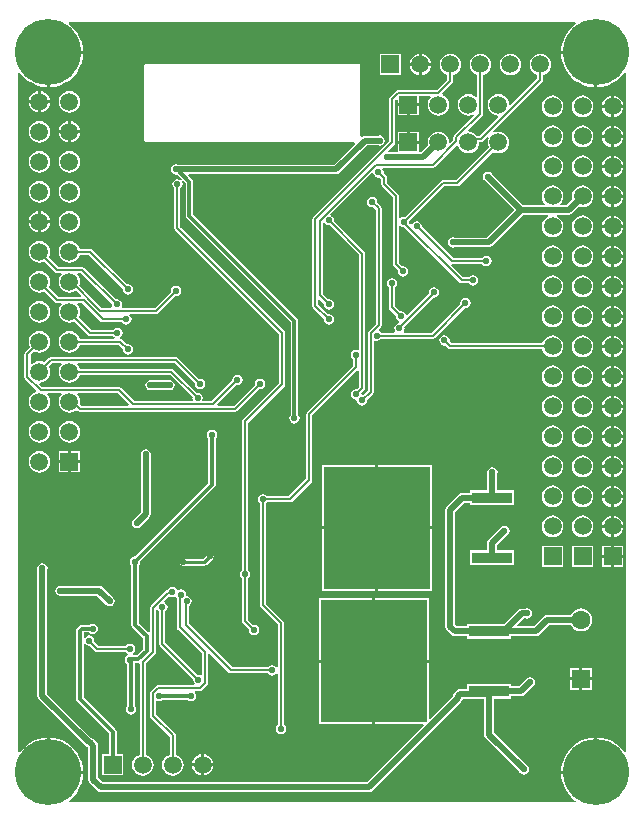
<source format=gbl>
G04*
G04 #@! TF.GenerationSoftware,Altium Limited,Altium Designer,20.1.14 (287)*
G04*
G04 Layer_Physical_Order=2*
G04 Layer_Color=16711680*
%FSLAX24Y24*%
%MOIN*%
G70*
G04*
G04 #@! TF.SameCoordinates,D1A17965-E816-498F-87AB-38A2C5CE3A16*
G04*
G04*
G04 #@! TF.FilePolarity,Positive*
G04*
G01*
G75*
%ADD88C,0.0080*%
%ADD89C,0.0200*%
%ADD90C,0.0120*%
%ADD91C,0.0100*%
%ADD92C,0.0591*%
%ADD93R,0.0591X0.0591*%
%ADD94R,0.0591X0.0591*%
%ADD95C,0.0630*%
%ADD96R,0.0630X0.0630*%
%ADD97C,0.2200*%
%ADD98C,0.0220*%
%ADD99R,0.1378X0.0374*%
%ADD100R,0.3543X0.4075*%
G36*
X31215Y36297D02*
X31228Y36249D01*
X31216Y36241D01*
X31077Y36123D01*
X30959Y35984D01*
X30863Y35828D01*
X30793Y35660D01*
X30751Y35482D01*
X30740Y35350D01*
X31900D01*
Y35300D01*
X31950D01*
Y34140D01*
X32082Y34151D01*
X32260Y34193D01*
X32428Y34263D01*
X32584Y34359D01*
X32723Y34477D01*
X32841Y34616D01*
X32849Y34628D01*
X32897Y34615D01*
X32897Y11985D01*
X32849Y11972D01*
X32841Y11984D01*
X32723Y12123D01*
X32584Y12241D01*
X32428Y12337D01*
X32260Y12407D01*
X32082Y12449D01*
X31950Y12460D01*
Y11300D01*
X31900D01*
Y11250D01*
X30740D01*
X30751Y11118D01*
X30793Y10940D01*
X30863Y10772D01*
X30959Y10616D01*
X31077Y10477D01*
X31216Y10359D01*
X31228Y10351D01*
X31215Y10303D01*
X14335Y10303D01*
X14322Y10351D01*
X14334Y10359D01*
X14473Y10477D01*
X14591Y10616D01*
X14687Y10772D01*
X14757Y10940D01*
X14799Y11118D01*
X14810Y11250D01*
X13650D01*
Y11300D01*
X13600D01*
Y12460D01*
X13468Y12449D01*
X13290Y12407D01*
X13122Y12337D01*
X12966Y12241D01*
X12827Y12123D01*
X12709Y11984D01*
X12701Y11972D01*
X12653Y11985D01*
X12653Y34615D01*
X12701Y34628D01*
X12709Y34616D01*
X12827Y34477D01*
X12966Y34359D01*
X13122Y34263D01*
X13290Y34193D01*
X13468Y34151D01*
X13600Y34140D01*
Y35300D01*
X13650D01*
Y35350D01*
X14810D01*
X14799Y35482D01*
X14757Y35660D01*
X14687Y35828D01*
X14591Y35984D01*
X14473Y36123D01*
X14334Y36241D01*
X14322Y36249D01*
X14335Y36297D01*
X31215Y36297D01*
D02*
G37*
%LPC*%
G36*
X26100Y35252D02*
Y34950D01*
X26402D01*
X26396Y34993D01*
X26360Y35079D01*
X26303Y35153D01*
X26229Y35210D01*
X26143Y35246D01*
X26100Y35252D01*
D02*
G37*
G36*
X26000D02*
X25957Y35246D01*
X25871Y35210D01*
X25797Y35153D01*
X25740Y35079D01*
X25704Y34993D01*
X25698Y34950D01*
X26000D01*
Y35252D01*
D02*
G37*
G36*
X26402Y34850D02*
X26100D01*
Y34548D01*
X26143Y34554D01*
X26229Y34590D01*
X26303Y34647D01*
X26360Y34721D01*
X26396Y34807D01*
X26402Y34850D01*
D02*
G37*
G36*
X26000D02*
X25698D01*
X25704Y34807D01*
X25740Y34721D01*
X25797Y34647D01*
X25871Y34590D01*
X25957Y34554D01*
X26000Y34548D01*
Y34850D01*
D02*
G37*
G36*
X25405Y35255D02*
X24695D01*
Y34545D01*
X25405D01*
Y35255D01*
D02*
G37*
G36*
X29050Y35258D02*
X28957Y35246D01*
X28871Y35210D01*
X28797Y35153D01*
X28740Y35079D01*
X28704Y34993D01*
X28692Y34900D01*
X28704Y34807D01*
X28740Y34721D01*
X28797Y34647D01*
X28871Y34590D01*
X28957Y34554D01*
X29050Y34542D01*
X29143Y34554D01*
X29229Y34590D01*
X29303Y34647D01*
X29360Y34721D01*
X29396Y34807D01*
X29408Y34900D01*
X29396Y34993D01*
X29360Y35079D01*
X29303Y35153D01*
X29229Y35210D01*
X29143Y35246D01*
X29050Y35258D01*
D02*
G37*
G36*
X31850Y35250D02*
X30740D01*
X30751Y35118D01*
X30793Y34940D01*
X30863Y34772D01*
X30959Y34616D01*
X31077Y34477D01*
X31216Y34359D01*
X31372Y34263D01*
X31540Y34193D01*
X31718Y34151D01*
X31850Y34140D01*
Y35250D01*
D02*
G37*
G36*
X14810D02*
X13700D01*
Y34140D01*
X13832Y34151D01*
X14010Y34193D01*
X14178Y34263D01*
X14334Y34359D01*
X14473Y34477D01*
X14591Y34616D01*
X14687Y34772D01*
X14757Y34940D01*
X14799Y35118D01*
X14810Y35250D01*
D02*
G37*
G36*
X13400Y34002D02*
Y33700D01*
X13702D01*
X13696Y33743D01*
X13660Y33829D01*
X13603Y33903D01*
X13529Y33960D01*
X13443Y33996D01*
X13400Y34002D01*
D02*
G37*
G36*
X13300D02*
X13257Y33996D01*
X13171Y33960D01*
X13097Y33903D01*
X13040Y33829D01*
X13004Y33743D01*
X12998Y33700D01*
X13300D01*
Y34002D01*
D02*
G37*
G36*
X32508Y33855D02*
Y33554D01*
X32810D01*
X32804Y33596D01*
X32768Y33683D01*
X32711Y33757D01*
X32637Y33814D01*
X32551Y33850D01*
X32508Y33855D01*
D02*
G37*
G36*
X32408Y33855D02*
X32365Y33850D01*
X32279Y33814D01*
X32204Y33757D01*
X32148Y33683D01*
X32112Y33596D01*
X32106Y33554D01*
X32408D01*
Y33855D01*
D02*
G37*
G36*
X30050Y35258D02*
X29957Y35246D01*
X29871Y35210D01*
X29797Y35153D01*
X29740Y35079D01*
X29704Y34993D01*
X29692Y34900D01*
X29704Y34807D01*
X29740Y34721D01*
X29797Y34647D01*
X29871Y34590D01*
X29948Y34558D01*
Y34433D01*
X29053Y33538D01*
X29007Y33563D01*
X28996Y33643D01*
X28960Y33729D01*
X28903Y33803D01*
X28829Y33860D01*
X28743Y33896D01*
X28650Y33908D01*
X28557Y33896D01*
X28471Y33860D01*
X28397Y33803D01*
X28340Y33729D01*
X28304Y33643D01*
X28292Y33550D01*
X28304Y33457D01*
X28340Y33371D01*
X28397Y33297D01*
X28471Y33240D01*
X28557Y33204D01*
X28637Y33193D01*
X28662Y33147D01*
X28014Y32500D01*
X27945D01*
X27903Y32553D01*
X27829Y32610D01*
X27743Y32646D01*
X27663Y32657D01*
X27638Y32703D01*
X28117Y33182D01*
X28139Y33215D01*
X28147Y33254D01*
Y34326D01*
X28152Y34350D01*
Y34558D01*
X28229Y34590D01*
X28303Y34647D01*
X28360Y34721D01*
X28396Y34807D01*
X28408Y34900D01*
X28396Y34993D01*
X28360Y35079D01*
X28303Y35153D01*
X28229Y35210D01*
X28143Y35246D01*
X28050Y35258D01*
X27957Y35246D01*
X27871Y35210D01*
X27797Y35153D01*
X27740Y35079D01*
X27704Y34993D01*
X27692Y34900D01*
X27704Y34807D01*
X27740Y34721D01*
X27797Y34647D01*
X27871Y34590D01*
X27948Y34558D01*
Y34369D01*
X27943Y34345D01*
Y33827D01*
X27893Y33811D01*
X27829Y33860D01*
X27743Y33896D01*
X27650Y33908D01*
X27557Y33896D01*
X27471Y33860D01*
X27397Y33803D01*
X27340Y33729D01*
X27304Y33643D01*
X27292Y33550D01*
X27304Y33457D01*
X27340Y33371D01*
X27397Y33297D01*
X27471Y33240D01*
X27557Y33204D01*
X27650Y33192D01*
X27743Y33204D01*
X27806Y33230D01*
X27835Y33188D01*
X27183Y32536D01*
X27161Y32503D01*
X27153Y32464D01*
Y32388D01*
X27053Y32288D01*
X27007Y32313D01*
X26996Y32393D01*
X26960Y32479D01*
X26903Y32553D01*
X26829Y32610D01*
X26743Y32646D01*
X26650Y32658D01*
X26557Y32646D01*
X26471Y32610D01*
X26397Y32553D01*
X26340Y32479D01*
X26304Y32393D01*
X26292Y32300D01*
X26304Y32207D01*
X26311Y32191D01*
X26082Y31963D01*
X26005D01*
Y32250D01*
X25295D01*
Y31963D01*
X25001D01*
X24982Y31967D01*
X24965Y32021D01*
X25172Y32228D01*
X25194Y32261D01*
X25202Y32300D01*
Y33690D01*
X25249Y33736D01*
X25295Y33717D01*
Y33600D01*
X26005D01*
Y33843D01*
X26373D01*
X26389Y33793D01*
X26340Y33729D01*
X26304Y33643D01*
X26292Y33550D01*
X26304Y33457D01*
X26340Y33371D01*
X26397Y33297D01*
X26471Y33240D01*
X26557Y33204D01*
X26650Y33192D01*
X26743Y33204D01*
X26829Y33240D01*
X26903Y33297D01*
X26960Y33371D01*
X26996Y33457D01*
X27008Y33550D01*
X26996Y33643D01*
X26960Y33729D01*
X26903Y33803D01*
X26829Y33860D01*
X26791Y33876D01*
X26779Y33935D01*
X27122Y34278D01*
X27144Y34311D01*
X27152Y34350D01*
Y34558D01*
X27229Y34590D01*
X27303Y34647D01*
X27360Y34721D01*
X27396Y34807D01*
X27408Y34900D01*
X27396Y34993D01*
X27360Y35079D01*
X27303Y35153D01*
X27229Y35210D01*
X27143Y35246D01*
X27050Y35258D01*
X26957Y35246D01*
X26871Y35210D01*
X26797Y35153D01*
X26740Y35079D01*
X26704Y34993D01*
X26692Y34900D01*
X26704Y34807D01*
X26740Y34721D01*
X26797Y34647D01*
X26871Y34590D01*
X26948Y34558D01*
Y34392D01*
X26603Y34047D01*
X25313D01*
X25274Y34039D01*
X25241Y34017D01*
X25028Y33804D01*
X25006Y33771D01*
X24998Y33732D01*
Y32342D01*
X22478Y29822D01*
X22456Y29789D01*
X22448Y29750D01*
Y26850D01*
X22456Y26811D01*
X22478Y26778D01*
X22831Y26424D01*
X22827Y26400D01*
X22840Y26334D01*
X22877Y26277D01*
X22934Y26240D01*
X23000Y26227D01*
X23066Y26240D01*
X23123Y26277D01*
X23160Y26334D01*
X23173Y26400D01*
X23160Y26466D01*
X23123Y26523D01*
X23066Y26560D01*
X23000Y26573D01*
X22976Y26569D01*
X22652Y26892D01*
Y27039D01*
X22698Y27058D01*
X22831Y26924D01*
X22827Y26900D01*
X22840Y26834D01*
X22877Y26777D01*
X22934Y26740D01*
X23000Y26727D01*
X23066Y26740D01*
X23123Y26777D01*
X23160Y26834D01*
X23173Y26900D01*
X23160Y26966D01*
X23123Y27023D01*
X23066Y27060D01*
X23000Y27073D01*
X22976Y27069D01*
X22792Y27252D01*
Y29621D01*
X22814Y29628D01*
X22842Y29629D01*
X22842Y29629D01*
X22875Y29580D01*
X22931Y29542D01*
X22997Y29529D01*
X23022Y29534D01*
X24008Y28548D01*
Y25404D01*
X23958Y25378D01*
X23900Y25390D01*
X23834Y25376D01*
X23777Y25339D01*
X23740Y25283D01*
X23727Y25216D01*
X23740Y25150D01*
X23777Y25094D01*
X23798Y25080D01*
Y24842D01*
X22278Y23322D01*
X22256Y23289D01*
X22248Y23250D01*
Y21095D01*
X21655Y20502D01*
X20936D01*
X20923Y20523D01*
X20866Y20560D01*
X20800Y20573D01*
X20734Y20560D01*
X20677Y20523D01*
X20640Y20466D01*
X20627Y20400D01*
X20640Y20334D01*
X20677Y20277D01*
X20698Y20264D01*
Y16875D01*
X20706Y16836D01*
X20728Y16803D01*
X21298Y16233D01*
Y14802D01*
X21248Y14787D01*
X21226Y14820D01*
X21169Y14858D01*
X21103Y14871D01*
X21037Y14858D01*
X20981Y14820D01*
X20967Y14800D01*
X19794D01*
X18352Y16242D01*
Y16858D01*
X18381Y16877D01*
X18419Y16934D01*
X18432Y17000D01*
X18419Y17066D01*
X18381Y17123D01*
X18325Y17160D01*
X18280Y17169D01*
X18245Y17218D01*
X18247Y17227D01*
X18234Y17293D01*
X18196Y17349D01*
X18140Y17387D01*
X18073Y17400D01*
X18007Y17387D01*
X17992Y17377D01*
X17939Y17387D01*
X17902Y17443D01*
X17845Y17481D01*
X17779Y17494D01*
X17713Y17481D01*
X17657Y17443D01*
X17621Y17391D01*
X17608Y17388D01*
X17575Y17366D01*
X17058Y16849D01*
X17036Y16816D01*
X17028Y16777D01*
Y15980D01*
X16978Y15959D01*
X16663Y16275D01*
Y18201D01*
X16663Y18201D01*
X16701Y18258D01*
X16714Y18324D01*
X16714Y18324D01*
X19187Y20797D01*
X19213Y20837D01*
X19222Y20883D01*
Y22427D01*
X19223Y22427D01*
X19260Y22484D01*
X19273Y22550D01*
X19260Y22616D01*
X19223Y22673D01*
X19166Y22710D01*
X19100Y22723D01*
X19034Y22710D01*
X18977Y22673D01*
X18940Y22616D01*
X18927Y22550D01*
X18940Y22484D01*
X18977Y22427D01*
X18978Y22427D01*
Y20934D01*
X16541Y18497D01*
X16541Y18497D01*
X16474Y18484D01*
X16418Y18447D01*
X16380Y18390D01*
X16367Y18324D01*
X16380Y18258D01*
X16418Y18201D01*
X16418Y18201D01*
Y16224D01*
X16428Y16177D01*
X16454Y16137D01*
X16800Y15791D01*
Y15393D01*
X16602Y15195D01*
X16488D01*
X16468Y15218D01*
X16476Y15277D01*
X16499Y15292D01*
X16536Y15349D01*
X16550Y15415D01*
X16536Y15481D01*
X16499Y15537D01*
X16443Y15575D01*
X16376Y15588D01*
X16310Y15575D01*
X16254Y15537D01*
X16240Y15517D01*
X15330D01*
X15181Y15665D01*
X15186Y15689D01*
X15173Y15756D01*
X15136Y15812D01*
X15079Y15849D01*
X15013Y15863D01*
X14947Y15849D01*
X14890Y15812D01*
X14872Y15785D01*
X14822Y15800D01*
Y15965D01*
X15007D01*
X15007Y15965D01*
X15063Y15927D01*
X15130Y15914D01*
X15196Y15927D01*
X15252Y15965D01*
X15290Y16021D01*
X15303Y16088D01*
X15290Y16154D01*
X15252Y16210D01*
X15196Y16248D01*
X15130Y16261D01*
X15063Y16248D01*
X15007Y16210D01*
X15007Y16210D01*
X14770D01*
X14723Y16201D01*
X14684Y16174D01*
X14613Y16104D01*
X14587Y16064D01*
X14578Y16017D01*
Y13750D01*
X14587Y13703D01*
X14613Y13663D01*
X15678Y12599D01*
Y11905D01*
X15445D01*
Y11195D01*
X16155D01*
Y11905D01*
X15922D01*
Y12650D01*
X15913Y12697D01*
X15887Y12737D01*
X14822Y13801D01*
Y15579D01*
X14872Y15594D01*
X14890Y15567D01*
X14947Y15529D01*
X15013Y15516D01*
X15037Y15521D01*
X15215Y15343D01*
X15248Y15321D01*
X15287Y15313D01*
X16240D01*
X16254Y15292D01*
X16287Y15270D01*
X16290Y15255D01*
X16285Y15213D01*
X16240Y15183D01*
X16203Y15127D01*
X16190Y15061D01*
X16203Y14994D01*
X16240Y14938D01*
X16278Y14913D01*
Y13523D01*
X16277Y13523D01*
X16240Y13466D01*
X16227Y13400D01*
X16240Y13334D01*
X16277Y13277D01*
X16334Y13240D01*
X16400Y13227D01*
X16466Y13240D01*
X16523Y13277D01*
X16560Y13334D01*
X16573Y13400D01*
X16560Y13466D01*
X16523Y13523D01*
X16522Y13523D01*
Y14950D01*
X16653D01*
X16659Y14952D01*
X16698Y14920D01*
Y11892D01*
X16621Y11860D01*
X16547Y11803D01*
X16490Y11729D01*
X16454Y11643D01*
X16442Y11550D01*
X16454Y11457D01*
X16490Y11371D01*
X16547Y11297D01*
X16621Y11240D01*
X16707Y11204D01*
X16800Y11192D01*
X16893Y11204D01*
X16979Y11240D01*
X17053Y11297D01*
X17110Y11371D01*
X17146Y11457D01*
X17158Y11550D01*
X17146Y11643D01*
X17110Y11729D01*
X17053Y11803D01*
X16979Y11860D01*
X16902Y11892D01*
Y14951D01*
X17202Y15252D01*
X17225Y15285D01*
X17232Y15324D01*
Y16694D01*
X17251Y16708D01*
X17315Y16696D01*
X17327Y16677D01*
X17348Y16664D01*
Y15575D01*
X17356Y15536D01*
X17378Y15503D01*
X18486Y14395D01*
X18481Y14371D01*
X18494Y14305D01*
X18522Y14262D01*
X18502Y14212D01*
X17314D01*
X17275Y14205D01*
X17241Y14183D01*
X17068Y14009D01*
X17046Y13976D01*
X17038Y13937D01*
Y13193D01*
X17046Y13154D01*
X17068Y13120D01*
X17698Y12490D01*
Y11892D01*
X17621Y11860D01*
X17547Y11803D01*
X17490Y11729D01*
X17454Y11643D01*
X17442Y11550D01*
X17454Y11457D01*
X17490Y11371D01*
X17547Y11297D01*
X17621Y11240D01*
X17707Y11204D01*
X17800Y11192D01*
X17893Y11204D01*
X17979Y11240D01*
X18053Y11297D01*
X18110Y11371D01*
X18146Y11457D01*
X18158Y11550D01*
X18146Y11643D01*
X18110Y11729D01*
X18053Y11803D01*
X17979Y11860D01*
X17902Y11892D01*
Y12533D01*
X17894Y12572D01*
X17872Y12605D01*
X17242Y13235D01*
Y13663D01*
X17292Y13688D01*
X17350Y13677D01*
X17416Y13690D01*
X17473Y13727D01*
X17473Y13728D01*
X18277D01*
X18277Y13727D01*
X18334Y13690D01*
X18400Y13677D01*
X18466Y13690D01*
X18523Y13727D01*
X18560Y13784D01*
X18573Y13850D01*
X18560Y13916D01*
X18532Y13959D01*
X18552Y14009D01*
X18691D01*
X18730Y14016D01*
X18763Y14038D01*
X18936Y14212D01*
X18958Y14245D01*
X18966Y14284D01*
Y15269D01*
X19016Y15290D01*
X19680Y14626D01*
X19713Y14604D01*
X19752Y14596D01*
X20967D01*
X20981Y14575D01*
X21037Y14538D01*
X21103Y14524D01*
X21169Y14538D01*
X21226Y14575D01*
X21248Y14609D01*
X21298Y14593D01*
Y12886D01*
X21277Y12873D01*
X21240Y12816D01*
X21227Y12750D01*
X21240Y12684D01*
X21277Y12627D01*
X21334Y12590D01*
X21400Y12577D01*
X21466Y12590D01*
X21523Y12627D01*
X21560Y12684D01*
X21573Y12750D01*
X21560Y12816D01*
X21523Y12873D01*
X21502Y12886D01*
Y16275D01*
X21494Y16314D01*
X21472Y16347D01*
X20902Y16917D01*
Y20264D01*
X20923Y20277D01*
X20936Y20298D01*
X21697D01*
X21736Y20306D01*
X21769Y20328D01*
X22422Y20981D01*
X22444Y21014D01*
X22452Y21053D01*
Y23208D01*
X23958Y24714D01*
X24008Y24694D01*
Y24152D01*
X23924Y24069D01*
X23900Y24073D01*
X23834Y24060D01*
X23777Y24023D01*
X23740Y23966D01*
X23727Y23900D01*
X23740Y23834D01*
X23777Y23777D01*
X23834Y23740D01*
X23891Y23728D01*
X23908Y23718D01*
X23940Y23684D01*
X23950Y23634D01*
X23987Y23577D01*
X24044Y23540D01*
X24110Y23527D01*
X24176Y23540D01*
X24233Y23577D01*
X24270Y23634D01*
X24283Y23700D01*
X24279Y23724D01*
X24466Y23912D01*
X24488Y23945D01*
X24496Y23984D01*
Y25670D01*
X24546Y25696D01*
X24604Y25684D01*
X24670Y25697D01*
X24727Y25735D01*
X24740Y25755D01*
X26457D01*
X26496Y25763D01*
X26530Y25785D01*
X27526Y26781D01*
X27550Y26777D01*
X27616Y26790D01*
X27673Y26827D01*
X27710Y26884D01*
X27723Y26950D01*
X27710Y27016D01*
X27673Y27073D01*
X27616Y27110D01*
X27550Y27123D01*
X27484Y27110D01*
X27427Y27073D01*
X27390Y27016D01*
X27377Y26950D01*
X27381Y26926D01*
X26415Y25959D01*
X25521D01*
X25494Y26009D01*
X25510Y26034D01*
X25523Y26100D01*
X25514Y26146D01*
X26496Y27128D01*
X26499Y27128D01*
X26565Y27141D01*
X26621Y27179D01*
X26659Y27235D01*
X26672Y27301D01*
X26659Y27368D01*
X26621Y27424D01*
X26565Y27461D01*
X26499Y27475D01*
X26432Y27461D01*
X26376Y27424D01*
X26339Y27368D01*
X26325Y27301D01*
X26335Y27255D01*
X25617Y26537D01*
X25563Y26554D01*
X25560Y26566D01*
X25523Y26623D01*
X25466Y26660D01*
X25400Y26673D01*
X25376Y26669D01*
X25202Y26842D01*
Y27464D01*
X25223Y27477D01*
X25260Y27534D01*
X25273Y27600D01*
X25260Y27666D01*
X25223Y27723D01*
X25166Y27760D01*
X25100Y27773D01*
X25034Y27760D01*
X24977Y27723D01*
X24940Y27666D01*
X24927Y27600D01*
X24940Y27534D01*
X24977Y27477D01*
X24998Y27464D01*
Y26800D01*
X25006Y26761D01*
X25028Y26728D01*
X25231Y26524D01*
X25227Y26500D01*
X25240Y26434D01*
X25277Y26377D01*
X25334Y26340D01*
X25331Y26289D01*
X25316Y26267D01*
X25284Y26260D01*
X25227Y26223D01*
X25190Y26166D01*
X25177Y26100D01*
X25190Y26034D01*
X25206Y26009D01*
X25179Y25959D01*
X24740D01*
X24727Y25980D01*
X24677Y26013D01*
X24660Y26066D01*
X24732Y26138D01*
X24754Y26171D01*
X24762Y26210D01*
Y30102D01*
X24754Y30141D01*
X24732Y30174D01*
X24614Y30292D01*
X24619Y30317D01*
X24606Y30383D01*
X24568Y30439D01*
X24512Y30477D01*
X24445Y30490D01*
X24379Y30477D01*
X24323Y30439D01*
X24285Y30383D01*
X24272Y30317D01*
X24285Y30250D01*
X24323Y30194D01*
X24379Y30157D01*
X24445Y30143D01*
X24470Y30148D01*
X24558Y30060D01*
Y26253D01*
X24322Y26016D01*
X24300Y25983D01*
X24292Y25944D01*
Y24026D01*
X24141Y23875D01*
X24095Y23894D01*
X24088Y23944D01*
X24182Y24038D01*
X24204Y24071D01*
X24212Y24110D01*
Y28590D01*
X24204Y28629D01*
X24182Y28662D01*
X23166Y29678D01*
X23171Y29703D01*
X23158Y29769D01*
X23120Y29825D01*
X23071Y29858D01*
X23053Y29911D01*
X24428Y31286D01*
X24483Y31270D01*
X24490Y31234D01*
X24527Y31177D01*
X24584Y31140D01*
X24650Y31127D01*
X24674Y31131D01*
X24748Y31058D01*
Y30900D01*
X24756Y30861D01*
X24778Y30828D01*
X25128Y30477D01*
Y28242D01*
X25136Y28203D01*
X25158Y28170D01*
X25305Y28023D01*
X25300Y27999D01*
X25314Y27933D01*
X25351Y27876D01*
X25407Y27839D01*
X25474Y27826D01*
X25540Y27839D01*
X25596Y27876D01*
X25634Y27933D01*
X25647Y27999D01*
X25634Y28065D01*
X25596Y28121D01*
X25540Y28159D01*
X25474Y28172D01*
X25449Y28167D01*
X25332Y28285D01*
Y29508D01*
X25382Y29523D01*
X25383Y29522D01*
X25439Y29484D01*
X25506Y29471D01*
X25512Y29472D01*
X27356Y27628D01*
X27389Y27606D01*
X27428Y27598D01*
X27664D01*
X27677Y27577D01*
X27734Y27540D01*
X27800Y27527D01*
X27866Y27540D01*
X27923Y27577D01*
X27960Y27634D01*
X27973Y27700D01*
X27960Y27766D01*
X27923Y27823D01*
X27866Y27860D01*
X27800Y27873D01*
X27734Y27860D01*
X27677Y27823D01*
X27664Y27802D01*
X27470D01*
X27069Y28203D01*
X27094Y28249D01*
X27100Y28248D01*
X28114D01*
X28127Y28227D01*
X28184Y28190D01*
X28250Y28177D01*
X28316Y28190D01*
X28373Y28227D01*
X28410Y28284D01*
X28423Y28350D01*
X28410Y28416D01*
X28373Y28473D01*
X28316Y28510D01*
X28250Y28523D01*
X28184Y28510D01*
X28127Y28473D01*
X28114Y28452D01*
X27142D01*
X26098Y29497D01*
X26098Y29500D01*
X26085Y29566D01*
X26048Y29623D01*
X25991Y29660D01*
X25925Y29673D01*
X25859Y29660D01*
X25802Y29623D01*
X25770Y29573D01*
X25716Y29556D01*
X25671Y29602D01*
X25679Y29644D01*
X25674Y29669D01*
X26837Y30831D01*
X27283D01*
X27322Y30839D01*
X27355Y30861D01*
X28480Y31986D01*
X28557Y31954D01*
X28650Y31942D01*
X28743Y31954D01*
X28829Y31990D01*
X28903Y32047D01*
X28960Y32121D01*
X28996Y32207D01*
X29008Y32300D01*
X28996Y32393D01*
X28960Y32479D01*
X28903Y32553D01*
X28829Y32610D01*
X28743Y32646D01*
X28650Y32658D01*
X28557Y32646D01*
X28494Y32620D01*
X28465Y32662D01*
X30122Y34319D01*
X30144Y34352D01*
X30152Y34391D01*
Y34558D01*
X30229Y34590D01*
X30303Y34647D01*
X30360Y34721D01*
X30396Y34807D01*
X30408Y34900D01*
X30396Y34993D01*
X30360Y35079D01*
X30303Y35153D01*
X30229Y35210D01*
X30143Y35246D01*
X30050Y35258D01*
D02*
G37*
G36*
X13702Y33600D02*
X13400D01*
Y33298D01*
X13443Y33304D01*
X13529Y33340D01*
X13603Y33397D01*
X13660Y33471D01*
X13696Y33557D01*
X13702Y33600D01*
D02*
G37*
G36*
X13300D02*
X12998D01*
X13004Y33557D01*
X13040Y33471D01*
X13097Y33397D01*
X13171Y33340D01*
X13257Y33304D01*
X13300Y33298D01*
Y33600D01*
D02*
G37*
G36*
X14350Y34008D02*
X14257Y33996D01*
X14171Y33960D01*
X14097Y33903D01*
X14040Y33829D01*
X14004Y33743D01*
X13992Y33650D01*
X14004Y33557D01*
X14040Y33471D01*
X14097Y33397D01*
X14171Y33340D01*
X14257Y33304D01*
X14350Y33292D01*
X14443Y33304D01*
X14529Y33340D01*
X14603Y33397D01*
X14660Y33471D01*
X14696Y33557D01*
X14708Y33650D01*
X14696Y33743D01*
X14660Y33829D01*
X14603Y33903D01*
X14529Y33960D01*
X14443Y33996D01*
X14350Y34008D01*
D02*
G37*
G36*
X26005Y33500D02*
X25700D01*
Y33195D01*
X26005D01*
Y33500D01*
D02*
G37*
G36*
X25600D02*
X25295D01*
Y33195D01*
X25600D01*
Y33500D01*
D02*
G37*
G36*
X32408Y33454D02*
X32106D01*
X32112Y33411D01*
X32148Y33324D01*
X32204Y33250D01*
X32279Y33193D01*
X32365Y33157D01*
X32408Y33152D01*
Y33454D01*
D02*
G37*
G36*
X32810D02*
X32508D01*
Y33152D01*
X32551Y33157D01*
X32637Y33193D01*
X32711Y33250D01*
X32768Y33324D01*
X32804Y33411D01*
X32810Y33454D01*
D02*
G37*
G36*
X31458Y33862D02*
X31365Y33850D01*
X31279Y33814D01*
X31204Y33757D01*
X31148Y33683D01*
X31112Y33596D01*
X31100Y33504D01*
X31112Y33411D01*
X31148Y33324D01*
X31204Y33250D01*
X31279Y33193D01*
X31365Y33157D01*
X31458Y33145D01*
X31551Y33157D01*
X31637Y33193D01*
X31711Y33250D01*
X31768Y33324D01*
X31804Y33411D01*
X31816Y33504D01*
X31804Y33596D01*
X31768Y33683D01*
X31711Y33757D01*
X31637Y33814D01*
X31551Y33850D01*
X31458Y33862D01*
D02*
G37*
G36*
X30458D02*
X30365Y33850D01*
X30279Y33814D01*
X30204Y33757D01*
X30148Y33683D01*
X30112Y33596D01*
X30100Y33504D01*
X30112Y33411D01*
X30148Y33324D01*
X30204Y33250D01*
X30279Y33193D01*
X30365Y33157D01*
X30458Y33145D01*
X30551Y33157D01*
X30637Y33193D01*
X30711Y33250D01*
X30768Y33324D01*
X30804Y33411D01*
X30816Y33504D01*
X30804Y33596D01*
X30768Y33683D01*
X30711Y33757D01*
X30637Y33814D01*
X30551Y33850D01*
X30458Y33862D01*
D02*
G37*
G36*
X14400Y33002D02*
Y32700D01*
X14702D01*
X14696Y32743D01*
X14660Y32829D01*
X14603Y32903D01*
X14529Y32960D01*
X14443Y32996D01*
X14400Y33002D01*
D02*
G37*
G36*
X14300D02*
X14257Y32996D01*
X14171Y32960D01*
X14097Y32903D01*
X14040Y32829D01*
X14004Y32743D01*
X13998Y32700D01*
X14300D01*
Y33002D01*
D02*
G37*
G36*
X32508Y32855D02*
Y32554D01*
X32810D01*
X32804Y32596D01*
X32768Y32683D01*
X32711Y32757D01*
X32637Y32814D01*
X32551Y32850D01*
X32508Y32855D01*
D02*
G37*
G36*
X32408Y32855D02*
X32365Y32850D01*
X32279Y32814D01*
X32204Y32757D01*
X32148Y32683D01*
X32112Y32596D01*
X32106Y32554D01*
X32408D01*
Y32855D01*
D02*
G37*
G36*
X26005Y32655D02*
X25700D01*
Y32350D01*
X26005D01*
Y32655D01*
D02*
G37*
G36*
X25600D02*
X25295D01*
Y32350D01*
X25600D01*
Y32655D01*
D02*
G37*
G36*
X14702Y32600D02*
X14400D01*
Y32298D01*
X14443Y32304D01*
X14529Y32340D01*
X14603Y32397D01*
X14660Y32471D01*
X14696Y32557D01*
X14702Y32600D01*
D02*
G37*
G36*
X14300D02*
X13998D01*
X14004Y32557D01*
X14040Y32471D01*
X14097Y32397D01*
X14171Y32340D01*
X14257Y32304D01*
X14300Y32298D01*
Y32600D01*
D02*
G37*
G36*
X13350Y33008D02*
X13257Y32996D01*
X13171Y32960D01*
X13097Y32903D01*
X13040Y32829D01*
X13004Y32743D01*
X12992Y32650D01*
X13004Y32557D01*
X13040Y32471D01*
X13097Y32397D01*
X13171Y32340D01*
X13257Y32304D01*
X13350Y32292D01*
X13443Y32304D01*
X13529Y32340D01*
X13603Y32397D01*
X13660Y32471D01*
X13696Y32557D01*
X13708Y32650D01*
X13696Y32743D01*
X13660Y32829D01*
X13603Y32903D01*
X13529Y32960D01*
X13443Y32996D01*
X13350Y33008D01*
D02*
G37*
G36*
X23990Y34914D02*
X16903D01*
X16857Y34895D01*
X16838Y34849D01*
Y32369D01*
X16857Y32323D01*
X16903Y32304D01*
X23855D01*
X23874Y32257D01*
X23178Y31561D01*
X17960D01*
X17909Y31571D01*
X17843Y31558D01*
X17786Y31521D01*
X17749Y31464D01*
X17736Y31398D01*
X17749Y31332D01*
X17786Y31275D01*
X17843Y31238D01*
X17909Y31225D01*
X17932Y31229D01*
X18090Y31071D01*
X18058Y31032D01*
X18047Y31040D01*
X18016Y31060D01*
X17950Y31073D01*
X17884Y31060D01*
X17827Y31023D01*
X17790Y30966D01*
X17777Y30900D01*
X17790Y30834D01*
X17827Y30777D01*
X17848Y30764D01*
Y29450D01*
X17856Y29411D01*
X17878Y29378D01*
X21348Y25908D01*
Y24292D01*
X20128Y23072D01*
X20106Y23039D01*
X20098Y23000D01*
Y18036D01*
X20077Y18023D01*
X20040Y17966D01*
X20027Y17900D01*
X20040Y17834D01*
X20077Y17777D01*
X20098Y17764D01*
Y16350D01*
X20106Y16311D01*
X20128Y16278D01*
X20331Y16074D01*
X20327Y16050D01*
X20340Y15984D01*
X20377Y15927D01*
X20434Y15890D01*
X20500Y15877D01*
X20566Y15890D01*
X20623Y15927D01*
X20660Y15984D01*
X20673Y16050D01*
X20660Y16116D01*
X20623Y16173D01*
X20566Y16210D01*
X20500Y16223D01*
X20476Y16219D01*
X20302Y16392D01*
Y17764D01*
X20323Y17777D01*
X20360Y17834D01*
X20373Y17900D01*
X20360Y17966D01*
X20323Y18023D01*
X20302Y18036D01*
Y22958D01*
X21522Y24178D01*
X21544Y24211D01*
X21552Y24250D01*
Y25950D01*
X21544Y25989D01*
X21522Y26022D01*
X18052Y29492D01*
Y30764D01*
X18073Y30777D01*
X18110Y30834D01*
X18123Y30900D01*
X18110Y30966D01*
X18090Y30997D01*
X18082Y31008D01*
X18121Y31040D01*
X18228Y30933D01*
Y29850D01*
X18237Y29803D01*
X18263Y29763D01*
X21728Y26299D01*
Y23220D01*
X21727Y23220D01*
X21690Y23164D01*
X21677Y23097D01*
X21690Y23031D01*
X21727Y22975D01*
X21784Y22937D01*
X21850Y22924D01*
X21916Y22937D01*
X21973Y22975D01*
X22010Y23031D01*
X22023Y23097D01*
X22010Y23164D01*
X21973Y23220D01*
X21972Y23220D01*
Y26350D01*
X21963Y26397D01*
X21937Y26437D01*
X18472Y29901D01*
Y30984D01*
X18463Y31031D01*
X18437Y31071D01*
X18318Y31189D01*
X18338Y31235D01*
X23246D01*
X23308Y31247D01*
X23361Y31283D01*
X24275Y32196D01*
X24641D01*
X24692Y32186D01*
X24758Y32199D01*
X24815Y32237D01*
X24852Y32293D01*
X24865Y32359D01*
X24852Y32426D01*
X24815Y32482D01*
X24758Y32520D01*
X24692Y32533D01*
X24641Y32523D01*
X24207D01*
X24145Y32510D01*
X24105Y32484D01*
X24055Y32503D01*
Y34849D01*
X24036Y34895D01*
X23990Y34914D01*
D02*
G37*
G36*
X32408Y32454D02*
X32106D01*
X32112Y32411D01*
X32148Y32324D01*
X32204Y32250D01*
X32279Y32193D01*
X32365Y32157D01*
X32408Y32152D01*
Y32454D01*
D02*
G37*
G36*
X32810D02*
X32508D01*
Y32152D01*
X32551Y32157D01*
X32637Y32193D01*
X32711Y32250D01*
X32768Y32324D01*
X32804Y32411D01*
X32810Y32454D01*
D02*
G37*
G36*
X31458Y32862D02*
X31365Y32850D01*
X31279Y32814D01*
X31204Y32757D01*
X31148Y32683D01*
X31112Y32596D01*
X31100Y32504D01*
X31112Y32411D01*
X31148Y32324D01*
X31204Y32250D01*
X31279Y32193D01*
X31365Y32157D01*
X31458Y32145D01*
X31551Y32157D01*
X31637Y32193D01*
X31711Y32250D01*
X31768Y32324D01*
X31804Y32411D01*
X31816Y32504D01*
X31804Y32596D01*
X31768Y32683D01*
X31711Y32757D01*
X31637Y32814D01*
X31551Y32850D01*
X31458Y32862D01*
D02*
G37*
G36*
X30458D02*
X30365Y32850D01*
X30279Y32814D01*
X30204Y32757D01*
X30148Y32683D01*
X30112Y32596D01*
X30100Y32504D01*
X30112Y32411D01*
X30148Y32324D01*
X30204Y32250D01*
X30279Y32193D01*
X30365Y32157D01*
X30458Y32145D01*
X30551Y32157D01*
X30637Y32193D01*
X30711Y32250D01*
X30768Y32324D01*
X30804Y32411D01*
X30816Y32504D01*
X30804Y32596D01*
X30768Y32683D01*
X30711Y32757D01*
X30637Y32814D01*
X30551Y32850D01*
X30458Y32862D01*
D02*
G37*
G36*
X32508Y31855D02*
Y31554D01*
X32810D01*
X32804Y31596D01*
X32768Y31683D01*
X32711Y31757D01*
X32637Y31814D01*
X32551Y31850D01*
X32508Y31855D01*
D02*
G37*
G36*
X32408Y31855D02*
X32365Y31850D01*
X32279Y31814D01*
X32204Y31757D01*
X32148Y31683D01*
X32112Y31596D01*
X32106Y31554D01*
X32408D01*
Y31855D01*
D02*
G37*
G36*
X14350Y32008D02*
X14257Y31996D01*
X14171Y31960D01*
X14097Y31903D01*
X14040Y31829D01*
X14004Y31743D01*
X13992Y31650D01*
X14004Y31557D01*
X14040Y31471D01*
X14097Y31397D01*
X14171Y31340D01*
X14257Y31304D01*
X14350Y31292D01*
X14443Y31304D01*
X14529Y31340D01*
X14603Y31397D01*
X14660Y31471D01*
X14696Y31557D01*
X14708Y31650D01*
X14696Y31743D01*
X14660Y31829D01*
X14603Y31903D01*
X14529Y31960D01*
X14443Y31996D01*
X14350Y32008D01*
D02*
G37*
G36*
X13350D02*
X13257Y31996D01*
X13171Y31960D01*
X13097Y31903D01*
X13040Y31829D01*
X13004Y31743D01*
X12992Y31650D01*
X13004Y31557D01*
X13040Y31471D01*
X13097Y31397D01*
X13171Y31340D01*
X13257Y31304D01*
X13350Y31292D01*
X13443Y31304D01*
X13529Y31340D01*
X13603Y31397D01*
X13660Y31471D01*
X13696Y31557D01*
X13708Y31650D01*
X13696Y31743D01*
X13660Y31829D01*
X13603Y31903D01*
X13529Y31960D01*
X13443Y31996D01*
X13350Y32008D01*
D02*
G37*
G36*
X32408Y31454D02*
X32106D01*
X32112Y31411D01*
X32148Y31324D01*
X32204Y31250D01*
X32279Y31193D01*
X32365Y31157D01*
X32408Y31152D01*
Y31454D01*
D02*
G37*
G36*
X32810D02*
X32508D01*
Y31152D01*
X32551Y31157D01*
X32637Y31193D01*
X32711Y31250D01*
X32768Y31324D01*
X32804Y31411D01*
X32810Y31454D01*
D02*
G37*
G36*
X31458Y31862D02*
X31365Y31850D01*
X31279Y31814D01*
X31204Y31757D01*
X31148Y31683D01*
X31112Y31596D01*
X31100Y31504D01*
X31112Y31411D01*
X31148Y31324D01*
X31204Y31250D01*
X31279Y31193D01*
X31365Y31157D01*
X31458Y31145D01*
X31551Y31157D01*
X31637Y31193D01*
X31711Y31250D01*
X31768Y31324D01*
X31804Y31411D01*
X31816Y31504D01*
X31804Y31596D01*
X31768Y31683D01*
X31711Y31757D01*
X31637Y31814D01*
X31551Y31850D01*
X31458Y31862D01*
D02*
G37*
G36*
X30458D02*
X30365Y31850D01*
X30279Y31814D01*
X30204Y31757D01*
X30148Y31683D01*
X30112Y31596D01*
X30100Y31504D01*
X30112Y31411D01*
X30148Y31324D01*
X30204Y31250D01*
X30279Y31193D01*
X30365Y31157D01*
X30458Y31145D01*
X30551Y31157D01*
X30637Y31193D01*
X30711Y31250D01*
X30768Y31324D01*
X30804Y31411D01*
X30816Y31504D01*
X30804Y31596D01*
X30768Y31683D01*
X30711Y31757D01*
X30637Y31814D01*
X30551Y31850D01*
X30458Y31862D01*
D02*
G37*
G36*
X32508Y30855D02*
Y30554D01*
X32810D01*
X32804Y30596D01*
X32768Y30683D01*
X32711Y30757D01*
X32637Y30814D01*
X32551Y30850D01*
X32508Y30855D01*
D02*
G37*
G36*
X32408Y30855D02*
X32365Y30850D01*
X32279Y30814D01*
X32204Y30757D01*
X32148Y30683D01*
X32112Y30596D01*
X32106Y30554D01*
X32408D01*
Y30855D01*
D02*
G37*
G36*
X14350Y31008D02*
X14257Y30996D01*
X14171Y30960D01*
X14097Y30903D01*
X14040Y30829D01*
X14004Y30743D01*
X13992Y30650D01*
X14004Y30557D01*
X14040Y30471D01*
X14097Y30397D01*
X14171Y30340D01*
X14257Y30304D01*
X14350Y30292D01*
X14443Y30304D01*
X14529Y30340D01*
X14603Y30397D01*
X14660Y30471D01*
X14696Y30557D01*
X14708Y30650D01*
X14696Y30743D01*
X14660Y30829D01*
X14603Y30903D01*
X14529Y30960D01*
X14443Y30996D01*
X14350Y31008D01*
D02*
G37*
G36*
X13350D02*
X13257Y30996D01*
X13171Y30960D01*
X13097Y30903D01*
X13040Y30829D01*
X13004Y30743D01*
X12992Y30650D01*
X13004Y30557D01*
X13040Y30471D01*
X13097Y30397D01*
X13171Y30340D01*
X13257Y30304D01*
X13350Y30292D01*
X13443Y30304D01*
X13529Y30340D01*
X13603Y30397D01*
X13660Y30471D01*
X13696Y30557D01*
X13708Y30650D01*
X13696Y30743D01*
X13660Y30829D01*
X13603Y30903D01*
X13529Y30960D01*
X13443Y30996D01*
X13350Y31008D01*
D02*
G37*
G36*
X32408Y30454D02*
X32106D01*
X32112Y30411D01*
X32148Y30324D01*
X32204Y30250D01*
X32279Y30193D01*
X32365Y30157D01*
X32408Y30152D01*
Y30454D01*
D02*
G37*
G36*
X32810D02*
X32508D01*
Y30152D01*
X32551Y30157D01*
X32637Y30193D01*
X32711Y30250D01*
X32768Y30324D01*
X32804Y30411D01*
X32810Y30454D01*
D02*
G37*
G36*
X28302Y31326D02*
X28236Y31312D01*
X28180Y31275D01*
X28142Y31219D01*
X28129Y31152D01*
X28142Y31086D01*
X28180Y31030D01*
X28223Y31001D01*
X29175Y30048D01*
X28255Y29128D01*
X27191D01*
X27140Y29138D01*
X27074Y29125D01*
X27017Y29088D01*
X26980Y29031D01*
X26967Y28965D01*
X26980Y28899D01*
X27017Y28843D01*
X27074Y28805D01*
X27140Y28792D01*
X27191Y28802D01*
X28323D01*
X28385Y28814D01*
X28438Y28850D01*
X29474Y29885D01*
X30320D01*
X30330Y29835D01*
X30279Y29814D01*
X30204Y29757D01*
X30148Y29683D01*
X30112Y29596D01*
X30100Y29504D01*
X30112Y29411D01*
X30148Y29324D01*
X30204Y29250D01*
X30279Y29193D01*
X30365Y29157D01*
X30458Y29145D01*
X30551Y29157D01*
X30637Y29193D01*
X30711Y29250D01*
X30768Y29324D01*
X30804Y29411D01*
X30816Y29504D01*
X30804Y29596D01*
X30768Y29683D01*
X30711Y29757D01*
X30637Y29814D01*
X30586Y29835D01*
X30596Y29885D01*
X31003D01*
X31065Y29898D01*
X31118Y29933D01*
X31349Y30164D01*
X31365Y30157D01*
X31458Y30145D01*
X31551Y30157D01*
X31637Y30193D01*
X31711Y30250D01*
X31768Y30324D01*
X31804Y30411D01*
X31816Y30504D01*
X31804Y30596D01*
X31768Y30683D01*
X31711Y30757D01*
X31637Y30814D01*
X31551Y30850D01*
X31458Y30862D01*
X31365Y30850D01*
X31279Y30814D01*
X31204Y30757D01*
X31148Y30683D01*
X31112Y30596D01*
X31100Y30504D01*
X31112Y30411D01*
X31118Y30395D01*
X30935Y30211D01*
X30737D01*
X30720Y30261D01*
X30768Y30324D01*
X30804Y30411D01*
X30816Y30504D01*
X30804Y30596D01*
X30768Y30683D01*
X30711Y30757D01*
X30637Y30814D01*
X30551Y30850D01*
X30458Y30862D01*
X30365Y30850D01*
X30279Y30814D01*
X30204Y30757D01*
X30148Y30683D01*
X30112Y30596D01*
X30100Y30504D01*
X30112Y30411D01*
X30148Y30324D01*
X30196Y30261D01*
X30179Y30211D01*
X29474D01*
X28454Y31231D01*
X28425Y31275D01*
X28368Y31312D01*
X28302Y31326D01*
D02*
G37*
G36*
X13400Y30002D02*
Y29700D01*
X13702D01*
X13696Y29743D01*
X13660Y29829D01*
X13603Y29903D01*
X13529Y29960D01*
X13443Y29996D01*
X13400Y30002D01*
D02*
G37*
G36*
X13300D02*
X13257Y29996D01*
X13171Y29960D01*
X13097Y29903D01*
X13040Y29829D01*
X13004Y29743D01*
X12998Y29700D01*
X13300D01*
Y30002D01*
D02*
G37*
G36*
X32508Y29855D02*
Y29554D01*
X32810D01*
X32804Y29596D01*
X32768Y29683D01*
X32711Y29757D01*
X32637Y29814D01*
X32551Y29850D01*
X32508Y29855D01*
D02*
G37*
G36*
X32408Y29855D02*
X32365Y29850D01*
X32279Y29814D01*
X32204Y29757D01*
X32148Y29683D01*
X32112Y29596D01*
X32106Y29554D01*
X32408D01*
Y29855D01*
D02*
G37*
G36*
X13702Y29600D02*
X13400D01*
Y29298D01*
X13443Y29304D01*
X13529Y29340D01*
X13603Y29397D01*
X13660Y29471D01*
X13696Y29557D01*
X13702Y29600D01*
D02*
G37*
G36*
X13300D02*
X12998D01*
X13004Y29557D01*
X13040Y29471D01*
X13097Y29397D01*
X13171Y29340D01*
X13257Y29304D01*
X13300Y29298D01*
Y29600D01*
D02*
G37*
G36*
X14350Y30008D02*
X14257Y29996D01*
X14171Y29960D01*
X14097Y29903D01*
X14040Y29829D01*
X14004Y29743D01*
X13992Y29650D01*
X14004Y29557D01*
X14040Y29471D01*
X14097Y29397D01*
X14171Y29340D01*
X14257Y29304D01*
X14350Y29292D01*
X14443Y29304D01*
X14529Y29340D01*
X14603Y29397D01*
X14660Y29471D01*
X14696Y29557D01*
X14708Y29650D01*
X14696Y29743D01*
X14660Y29829D01*
X14603Y29903D01*
X14529Y29960D01*
X14443Y29996D01*
X14350Y30008D01*
D02*
G37*
G36*
X32408Y29454D02*
X32106D01*
X32112Y29411D01*
X32148Y29324D01*
X32204Y29250D01*
X32279Y29193D01*
X32365Y29157D01*
X32408Y29152D01*
Y29454D01*
D02*
G37*
G36*
X32810D02*
X32508D01*
Y29152D01*
X32551Y29157D01*
X32637Y29193D01*
X32711Y29250D01*
X32768Y29324D01*
X32804Y29411D01*
X32810Y29454D01*
D02*
G37*
G36*
X31458Y29862D02*
X31365Y29850D01*
X31279Y29814D01*
X31204Y29757D01*
X31148Y29683D01*
X31112Y29596D01*
X31100Y29504D01*
X31112Y29411D01*
X31148Y29324D01*
X31204Y29250D01*
X31279Y29193D01*
X31365Y29157D01*
X31458Y29145D01*
X31551Y29157D01*
X31637Y29193D01*
X31711Y29250D01*
X31768Y29324D01*
X31804Y29411D01*
X31816Y29504D01*
X31804Y29596D01*
X31768Y29683D01*
X31711Y29757D01*
X31637Y29814D01*
X31551Y29850D01*
X31458Y29862D01*
D02*
G37*
G36*
X32508Y28855D02*
Y28554D01*
X32810D01*
X32804Y28596D01*
X32768Y28683D01*
X32711Y28757D01*
X32637Y28814D01*
X32551Y28850D01*
X32508Y28855D01*
D02*
G37*
G36*
X32408Y28855D02*
X32365Y28850D01*
X32279Y28814D01*
X32204Y28757D01*
X32148Y28683D01*
X32112Y28596D01*
X32106Y28554D01*
X32408D01*
Y28855D01*
D02*
G37*
G36*
Y28454D02*
X32106D01*
X32112Y28411D01*
X32148Y28324D01*
X32204Y28250D01*
X32279Y28193D01*
X32365Y28157D01*
X32408Y28152D01*
Y28454D01*
D02*
G37*
G36*
X32810D02*
X32508D01*
Y28152D01*
X32551Y28157D01*
X32637Y28193D01*
X32711Y28250D01*
X32768Y28324D01*
X32804Y28411D01*
X32810Y28454D01*
D02*
G37*
G36*
X31458Y28862D02*
X31365Y28850D01*
X31279Y28814D01*
X31204Y28757D01*
X31148Y28683D01*
X31112Y28596D01*
X31100Y28504D01*
X31112Y28411D01*
X31148Y28324D01*
X31204Y28250D01*
X31279Y28193D01*
X31365Y28157D01*
X31458Y28145D01*
X31551Y28157D01*
X31637Y28193D01*
X31711Y28250D01*
X31768Y28324D01*
X31804Y28411D01*
X31816Y28504D01*
X31804Y28596D01*
X31768Y28683D01*
X31711Y28757D01*
X31637Y28814D01*
X31551Y28850D01*
X31458Y28862D01*
D02*
G37*
G36*
X30458D02*
X30365Y28850D01*
X30279Y28814D01*
X30204Y28757D01*
X30148Y28683D01*
X30112Y28596D01*
X30100Y28504D01*
X30112Y28411D01*
X30148Y28324D01*
X30204Y28250D01*
X30279Y28193D01*
X30365Y28157D01*
X30458Y28145D01*
X30551Y28157D01*
X30637Y28193D01*
X30711Y28250D01*
X30768Y28324D01*
X30804Y28411D01*
X30816Y28504D01*
X30804Y28596D01*
X30768Y28683D01*
X30711Y28757D01*
X30637Y28814D01*
X30551Y28850D01*
X30458Y28862D01*
D02*
G37*
G36*
X32508Y27855D02*
Y27554D01*
X32810D01*
X32804Y27596D01*
X32768Y27683D01*
X32711Y27757D01*
X32637Y27814D01*
X32551Y27850D01*
X32508Y27855D01*
D02*
G37*
G36*
X32408Y27855D02*
X32365Y27850D01*
X32279Y27814D01*
X32204Y27757D01*
X32148Y27683D01*
X32112Y27596D01*
X32106Y27554D01*
X32408D01*
Y27855D01*
D02*
G37*
G36*
X14350Y29008D02*
X14257Y28996D01*
X14171Y28960D01*
X14097Y28903D01*
X14040Y28829D01*
X14004Y28743D01*
X13992Y28650D01*
X14004Y28557D01*
X14040Y28471D01*
X14097Y28397D01*
X14171Y28340D01*
X14257Y28304D01*
X14350Y28292D01*
X14443Y28304D01*
X14529Y28340D01*
X14603Y28397D01*
X14660Y28471D01*
X14692Y28548D01*
X15008D01*
X16132Y27424D01*
X16127Y27400D01*
X16140Y27334D01*
X16177Y27277D01*
X16234Y27240D01*
X16300Y27227D01*
X16366Y27240D01*
X16423Y27277D01*
X16460Y27334D01*
X16473Y27400D01*
X16460Y27466D01*
X16423Y27523D01*
X16366Y27560D01*
X16300Y27573D01*
X16276Y27569D01*
X15122Y28722D01*
X15089Y28744D01*
X15050Y28752D01*
X14692D01*
X14660Y28829D01*
X14603Y28903D01*
X14529Y28960D01*
X14443Y28996D01*
X14350Y29008D01*
D02*
G37*
G36*
X32408Y27454D02*
X32106D01*
X32112Y27411D01*
X32148Y27324D01*
X32204Y27250D01*
X32279Y27193D01*
X32365Y27157D01*
X32408Y27152D01*
Y27454D01*
D02*
G37*
G36*
X32810D02*
X32508D01*
Y27152D01*
X32551Y27157D01*
X32637Y27193D01*
X32711Y27250D01*
X32768Y27324D01*
X32804Y27411D01*
X32810Y27454D01*
D02*
G37*
G36*
X13350Y29008D02*
X13257Y28996D01*
X13171Y28960D01*
X13097Y28903D01*
X13040Y28829D01*
X13004Y28743D01*
X12992Y28650D01*
X13004Y28557D01*
X13040Y28471D01*
X13097Y28397D01*
X13171Y28340D01*
X13257Y28304D01*
X13350Y28292D01*
X13443Y28304D01*
X13520Y28336D01*
X13883Y27973D01*
X13916Y27951D01*
X13955Y27943D01*
X14073D01*
X14089Y27893D01*
X14040Y27829D01*
X14004Y27743D01*
X13992Y27650D01*
X14004Y27557D01*
X14040Y27471D01*
X14097Y27397D01*
X14171Y27340D01*
X14257Y27304D01*
X14350Y27292D01*
X14443Y27304D01*
X14529Y27340D01*
X14563Y27366D01*
X14735Y27193D01*
X14716Y27147D01*
X13997D01*
X13664Y27480D01*
X13696Y27557D01*
X13708Y27650D01*
X13696Y27743D01*
X13660Y27829D01*
X13603Y27903D01*
X13529Y27960D01*
X13443Y27996D01*
X13350Y28008D01*
X13257Y27996D01*
X13171Y27960D01*
X13097Y27903D01*
X13040Y27829D01*
X13004Y27743D01*
X12992Y27650D01*
X13004Y27557D01*
X13040Y27471D01*
X13097Y27397D01*
X13171Y27340D01*
X13257Y27304D01*
X13350Y27292D01*
X13443Y27304D01*
X13520Y27336D01*
X13883Y26973D01*
X13916Y26951D01*
X13955Y26943D01*
X14073D01*
X14089Y26893D01*
X14040Y26829D01*
X14004Y26743D01*
X13992Y26650D01*
X14004Y26557D01*
X14040Y26471D01*
X14097Y26397D01*
X14171Y26340D01*
X14257Y26304D01*
X14350Y26292D01*
X14443Y26304D01*
X14520Y26336D01*
X14978Y25878D01*
X15011Y25856D01*
X15050Y25848D01*
X15814D01*
X15827Y25827D01*
X15866Y25802D01*
X15850Y25752D01*
X14692D01*
X14660Y25829D01*
X14603Y25903D01*
X14529Y25960D01*
X14443Y25996D01*
X14350Y26008D01*
X14257Y25996D01*
X14171Y25960D01*
X14097Y25903D01*
X14040Y25829D01*
X14004Y25743D01*
X13992Y25650D01*
X14004Y25557D01*
X14040Y25471D01*
X14097Y25397D01*
X14171Y25340D01*
X14257Y25304D01*
X14350Y25292D01*
X14443Y25304D01*
X14529Y25340D01*
X14603Y25397D01*
X14660Y25471D01*
X14692Y25548D01*
X16008D01*
X16132Y25424D01*
X16127Y25400D01*
X16140Y25334D01*
X16177Y25277D01*
X16234Y25240D01*
X16300Y25227D01*
X16366Y25240D01*
X16423Y25277D01*
X16460Y25334D01*
X16473Y25400D01*
X16460Y25466D01*
X16423Y25523D01*
X16366Y25560D01*
X16300Y25573D01*
X16276Y25568D01*
X16122Y25722D01*
X16089Y25744D01*
X16050Y25752D01*
X16050D01*
X16034Y25802D01*
X16073Y25827D01*
X16110Y25884D01*
X16123Y25950D01*
X16110Y26016D01*
X16073Y26073D01*
X16016Y26110D01*
X15950Y26123D01*
X15884Y26110D01*
X15827Y26073D01*
X15814Y26052D01*
X15092D01*
X14664Y26480D01*
X14696Y26557D01*
X14708Y26650D01*
X14696Y26743D01*
X14660Y26829D01*
X14611Y26893D01*
X14627Y26943D01*
X14788D01*
X15403Y26328D01*
X15436Y26306D01*
X15475Y26298D01*
X16114D01*
X16127Y26277D01*
X16184Y26240D01*
X16250Y26227D01*
X16316Y26240D01*
X16373Y26277D01*
X16410Y26334D01*
X16423Y26400D01*
X16410Y26466D01*
X16373Y26523D01*
X16352Y26536D01*
X16367Y26586D01*
X17238D01*
X17277Y26594D01*
X17310Y26616D01*
X17876Y27181D01*
X17900Y27177D01*
X17966Y27190D01*
X18023Y27227D01*
X18060Y27284D01*
X18073Y27350D01*
X18060Y27416D01*
X18023Y27473D01*
X17966Y27510D01*
X17900Y27523D01*
X17834Y27510D01*
X17777Y27473D01*
X17740Y27416D01*
X17727Y27350D01*
X17731Y27326D01*
X17196Y26790D01*
X16116D01*
X16091Y26840D01*
X16102Y26898D01*
X16089Y26965D01*
X16052Y27021D01*
X15995Y27058D01*
X15929Y27072D01*
X15905Y27067D01*
X14854Y28117D01*
X14821Y28139D01*
X14782Y28147D01*
X13997D01*
X13664Y28480D01*
X13696Y28557D01*
X13708Y28650D01*
X13696Y28743D01*
X13660Y28829D01*
X13603Y28903D01*
X13529Y28960D01*
X13443Y28996D01*
X13350Y29008D01*
D02*
G37*
G36*
X31458Y27862D02*
X31365Y27850D01*
X31279Y27814D01*
X31204Y27757D01*
X31148Y27683D01*
X31112Y27596D01*
X31100Y27504D01*
X31112Y27411D01*
X31148Y27324D01*
X31204Y27250D01*
X31279Y27193D01*
X31365Y27157D01*
X31458Y27145D01*
X31551Y27157D01*
X31637Y27193D01*
X31711Y27250D01*
X31768Y27324D01*
X31804Y27411D01*
X31816Y27504D01*
X31804Y27596D01*
X31768Y27683D01*
X31711Y27757D01*
X31637Y27814D01*
X31551Y27850D01*
X31458Y27862D01*
D02*
G37*
G36*
X30458D02*
X30365Y27850D01*
X30279Y27814D01*
X30204Y27757D01*
X30148Y27683D01*
X30112Y27596D01*
X30100Y27504D01*
X30112Y27411D01*
X30148Y27324D01*
X30204Y27250D01*
X30279Y27193D01*
X30365Y27157D01*
X30458Y27145D01*
X30551Y27157D01*
X30637Y27193D01*
X30711Y27250D01*
X30768Y27324D01*
X30804Y27411D01*
X30816Y27504D01*
X30804Y27596D01*
X30768Y27683D01*
X30711Y27757D01*
X30637Y27814D01*
X30551Y27850D01*
X30458Y27862D01*
D02*
G37*
G36*
X32508Y26855D02*
Y26554D01*
X32810D01*
X32804Y26596D01*
X32768Y26683D01*
X32711Y26757D01*
X32637Y26814D01*
X32551Y26850D01*
X32508Y26855D01*
D02*
G37*
G36*
X32408Y26855D02*
X32365Y26850D01*
X32279Y26814D01*
X32204Y26757D01*
X32148Y26683D01*
X32112Y26596D01*
X32106Y26554D01*
X32408D01*
Y26855D01*
D02*
G37*
G36*
X13350Y27008D02*
X13257Y26996D01*
X13171Y26960D01*
X13097Y26903D01*
X13040Y26829D01*
X13004Y26743D01*
X12992Y26650D01*
X13004Y26557D01*
X13040Y26471D01*
X13097Y26397D01*
X13171Y26340D01*
X13257Y26304D01*
X13350Y26292D01*
X13443Y26304D01*
X13529Y26340D01*
X13603Y26397D01*
X13660Y26471D01*
X13696Y26557D01*
X13708Y26650D01*
X13696Y26743D01*
X13660Y26829D01*
X13603Y26903D01*
X13529Y26960D01*
X13443Y26996D01*
X13350Y27008D01*
D02*
G37*
G36*
X32408Y26454D02*
X32106D01*
X32112Y26411D01*
X32148Y26324D01*
X32204Y26250D01*
X32279Y26193D01*
X32365Y26157D01*
X32408Y26152D01*
Y26454D01*
D02*
G37*
G36*
X32810D02*
X32508D01*
Y26152D01*
X32551Y26157D01*
X32637Y26193D01*
X32711Y26250D01*
X32768Y26324D01*
X32804Y26411D01*
X32810Y26454D01*
D02*
G37*
G36*
X31458Y26862D02*
X31365Y26850D01*
X31279Y26814D01*
X31204Y26757D01*
X31148Y26683D01*
X31112Y26596D01*
X31100Y26504D01*
X31112Y26411D01*
X31148Y26324D01*
X31204Y26250D01*
X31279Y26193D01*
X31365Y26157D01*
X31458Y26145D01*
X31551Y26157D01*
X31637Y26193D01*
X31711Y26250D01*
X31768Y26324D01*
X31804Y26411D01*
X31816Y26504D01*
X31804Y26596D01*
X31768Y26683D01*
X31711Y26757D01*
X31637Y26814D01*
X31551Y26850D01*
X31458Y26862D01*
D02*
G37*
G36*
X30458D02*
X30365Y26850D01*
X30279Y26814D01*
X30204Y26757D01*
X30148Y26683D01*
X30112Y26596D01*
X30100Y26504D01*
X30112Y26411D01*
X30148Y26324D01*
X30204Y26250D01*
X30279Y26193D01*
X30365Y26157D01*
X30458Y26145D01*
X30551Y26157D01*
X30637Y26193D01*
X30711Y26250D01*
X30768Y26324D01*
X30804Y26411D01*
X30816Y26504D01*
X30804Y26596D01*
X30768Y26683D01*
X30711Y26757D01*
X30637Y26814D01*
X30551Y26850D01*
X30458Y26862D01*
D02*
G37*
G36*
X32508Y25855D02*
Y25554D01*
X32810D01*
X32804Y25596D01*
X32768Y25683D01*
X32711Y25757D01*
X32637Y25814D01*
X32551Y25850D01*
X32508Y25855D01*
D02*
G37*
G36*
X32408Y25855D02*
X32365Y25850D01*
X32279Y25814D01*
X32204Y25757D01*
X32148Y25683D01*
X32112Y25596D01*
X32106Y25554D01*
X32408D01*
Y25855D01*
D02*
G37*
G36*
X13350Y26008D02*
X13257Y25996D01*
X13171Y25960D01*
X13097Y25903D01*
X13040Y25829D01*
X13004Y25743D01*
X12992Y25650D01*
X13004Y25557D01*
X13036Y25480D01*
X12883Y25327D01*
X12861Y25294D01*
X12853Y25255D01*
Y24486D01*
X12861Y24447D01*
X12883Y24414D01*
X13254Y24042D01*
X13238Y23988D01*
X13171Y23960D01*
X13097Y23903D01*
X13040Y23829D01*
X13004Y23743D01*
X12992Y23650D01*
X13004Y23557D01*
X13040Y23471D01*
X13097Y23397D01*
X13171Y23340D01*
X13257Y23304D01*
X13350Y23292D01*
X13443Y23304D01*
X13529Y23340D01*
X13603Y23397D01*
X13660Y23471D01*
X13696Y23557D01*
X13708Y23650D01*
X13696Y23743D01*
X13660Y23829D01*
X13611Y23893D01*
X13627Y23943D01*
X14073D01*
X14089Y23893D01*
X14040Y23829D01*
X14004Y23743D01*
X13992Y23650D01*
X14004Y23557D01*
X14040Y23471D01*
X14097Y23397D01*
X14171Y23340D01*
X14257Y23304D01*
X14350Y23292D01*
X14443Y23304D01*
X14529Y23340D01*
X14598Y23392D01*
X14639Y23351D01*
X14672Y23329D01*
X14711Y23322D01*
X19873D01*
X19913Y23329D01*
X19946Y23351D01*
X20676Y24081D01*
X20700Y24077D01*
X20766Y24090D01*
X20823Y24127D01*
X20860Y24184D01*
X20873Y24250D01*
X20860Y24316D01*
X20823Y24373D01*
X20766Y24410D01*
X20700Y24423D01*
X20634Y24410D01*
X20577Y24373D01*
X20540Y24316D01*
X20527Y24250D01*
X20531Y24226D01*
X19831Y23525D01*
X19299D01*
X19280Y23572D01*
X19926Y24217D01*
X19950Y24213D01*
X20016Y24226D01*
X20073Y24263D01*
X20110Y24320D01*
X20123Y24386D01*
X20110Y24452D01*
X20073Y24508D01*
X20016Y24546D01*
X19950Y24559D01*
X19884Y24546D01*
X19827Y24508D01*
X19790Y24452D01*
X19777Y24386D01*
X19782Y24362D01*
X19085Y23665D01*
X18814D01*
X18788Y23715D01*
X18800Y23773D01*
X18787Y23840D01*
X18749Y23896D01*
X18693Y23934D01*
X18627Y23947D01*
X18602Y23942D01*
X17822Y24722D01*
X17789Y24744D01*
X17750Y24752D01*
X14692D01*
X14660Y24829D01*
X14611Y24893D01*
X14627Y24943D01*
X17862D01*
X18532Y24274D01*
X18527Y24250D01*
X18540Y24184D01*
X18577Y24127D01*
X18634Y24090D01*
X18700Y24077D01*
X18766Y24090D01*
X18823Y24127D01*
X18860Y24184D01*
X18873Y24250D01*
X18860Y24316D01*
X18823Y24373D01*
X18766Y24410D01*
X18700Y24423D01*
X18676Y24418D01*
X17977Y25117D01*
X17944Y25139D01*
X17905Y25147D01*
X13745D01*
X13706Y25139D01*
X13673Y25117D01*
X13520Y24964D01*
X13443Y24996D01*
X13350Y25008D01*
X13257Y24996D01*
X13171Y24960D01*
X13107Y24911D01*
X13057Y24927D01*
Y25212D01*
X13180Y25336D01*
X13257Y25304D01*
X13350Y25292D01*
X13443Y25304D01*
X13529Y25340D01*
X13603Y25397D01*
X13660Y25471D01*
X13696Y25557D01*
X13708Y25650D01*
X13696Y25743D01*
X13660Y25829D01*
X13603Y25903D01*
X13529Y25960D01*
X13443Y25996D01*
X13350Y26008D01*
D02*
G37*
G36*
X32408Y25454D02*
X32106D01*
X32112Y25411D01*
X32148Y25324D01*
X32204Y25250D01*
X32279Y25193D01*
X32365Y25157D01*
X32408Y25152D01*
Y25454D01*
D02*
G37*
G36*
X32810D02*
X32508D01*
Y25152D01*
X32551Y25157D01*
X32637Y25193D01*
X32711Y25250D01*
X32768Y25324D01*
X32804Y25411D01*
X32810Y25454D01*
D02*
G37*
G36*
X31458Y25862D02*
X31365Y25850D01*
X31279Y25814D01*
X31204Y25757D01*
X31148Y25683D01*
X31112Y25596D01*
X31100Y25504D01*
X31112Y25411D01*
X31148Y25324D01*
X31204Y25250D01*
X31279Y25193D01*
X31365Y25157D01*
X31458Y25145D01*
X31551Y25157D01*
X31637Y25193D01*
X31711Y25250D01*
X31768Y25324D01*
X31804Y25411D01*
X31816Y25504D01*
X31804Y25596D01*
X31768Y25683D01*
X31711Y25757D01*
X31637Y25814D01*
X31551Y25850D01*
X31458Y25862D01*
D02*
G37*
G36*
X26850Y25873D02*
X26784Y25860D01*
X26727Y25823D01*
X26690Y25766D01*
X26677Y25700D01*
X26690Y25634D01*
X26727Y25577D01*
X26784Y25540D01*
X26850Y25527D01*
X26874Y25531D01*
X26974Y25431D01*
X27007Y25409D01*
X27046Y25402D01*
X30116D01*
X30148Y25324D01*
X30204Y25250D01*
X30279Y25193D01*
X30365Y25157D01*
X30458Y25145D01*
X30551Y25157D01*
X30637Y25193D01*
X30711Y25250D01*
X30768Y25324D01*
X30804Y25411D01*
X30816Y25504D01*
X30804Y25596D01*
X30768Y25683D01*
X30711Y25757D01*
X30637Y25814D01*
X30551Y25850D01*
X30458Y25862D01*
X30365Y25850D01*
X30279Y25814D01*
X30204Y25757D01*
X30148Y25683D01*
X30116Y25605D01*
X27089D01*
X27018Y25676D01*
X27023Y25700D01*
X27010Y25766D01*
X26973Y25823D01*
X26916Y25860D01*
X26850Y25873D01*
D02*
G37*
G36*
X32508Y24855D02*
Y24554D01*
X32810D01*
X32804Y24596D01*
X32768Y24683D01*
X32711Y24757D01*
X32637Y24814D01*
X32551Y24850D01*
X32508Y24855D01*
D02*
G37*
G36*
X32408Y24855D02*
X32365Y24850D01*
X32279Y24814D01*
X32204Y24757D01*
X32148Y24683D01*
X32112Y24596D01*
X32106Y24554D01*
X32408D01*
Y24855D01*
D02*
G37*
G36*
Y24454D02*
X32106D01*
X32112Y24411D01*
X32148Y24324D01*
X32204Y24250D01*
X32279Y24193D01*
X32365Y24157D01*
X32408Y24152D01*
Y24454D01*
D02*
G37*
G36*
X32810D02*
X32508D01*
Y24152D01*
X32551Y24157D01*
X32637Y24193D01*
X32711Y24250D01*
X32768Y24324D01*
X32804Y24411D01*
X32810Y24454D01*
D02*
G37*
G36*
X31458Y24862D02*
X31365Y24850D01*
X31279Y24814D01*
X31204Y24757D01*
X31148Y24683D01*
X31112Y24596D01*
X31100Y24504D01*
X31112Y24411D01*
X31148Y24324D01*
X31204Y24250D01*
X31279Y24193D01*
X31365Y24157D01*
X31458Y24145D01*
X31551Y24157D01*
X31637Y24193D01*
X31711Y24250D01*
X31768Y24324D01*
X31804Y24411D01*
X31816Y24504D01*
X31804Y24596D01*
X31768Y24683D01*
X31711Y24757D01*
X31637Y24814D01*
X31551Y24850D01*
X31458Y24862D01*
D02*
G37*
G36*
X30458D02*
X30365Y24850D01*
X30279Y24814D01*
X30204Y24757D01*
X30148Y24683D01*
X30112Y24596D01*
X30100Y24504D01*
X30112Y24411D01*
X30148Y24324D01*
X30204Y24250D01*
X30279Y24193D01*
X30365Y24157D01*
X30458Y24145D01*
X30551Y24157D01*
X30637Y24193D01*
X30711Y24250D01*
X30768Y24324D01*
X30804Y24411D01*
X30816Y24504D01*
X30804Y24596D01*
X30768Y24683D01*
X30711Y24757D01*
X30637Y24814D01*
X30551Y24850D01*
X30458Y24862D01*
D02*
G37*
G36*
X32508Y23855D02*
Y23554D01*
X32810D01*
X32804Y23596D01*
X32768Y23683D01*
X32711Y23757D01*
X32637Y23814D01*
X32551Y23850D01*
X32508Y23855D01*
D02*
G37*
G36*
X32408Y23855D02*
X32365Y23850D01*
X32279Y23814D01*
X32204Y23757D01*
X32148Y23683D01*
X32112Y23596D01*
X32106Y23554D01*
X32408D01*
Y23855D01*
D02*
G37*
G36*
Y23454D02*
X32106D01*
X32112Y23411D01*
X32148Y23324D01*
X32204Y23250D01*
X32279Y23193D01*
X32365Y23157D01*
X32408Y23152D01*
Y23454D01*
D02*
G37*
G36*
X32810D02*
X32508D01*
Y23152D01*
X32551Y23157D01*
X32637Y23193D01*
X32711Y23250D01*
X32768Y23324D01*
X32804Y23411D01*
X32810Y23454D01*
D02*
G37*
G36*
X31458Y23862D02*
X31365Y23850D01*
X31279Y23814D01*
X31204Y23757D01*
X31148Y23683D01*
X31112Y23596D01*
X31100Y23504D01*
X31112Y23411D01*
X31148Y23324D01*
X31204Y23250D01*
X31279Y23193D01*
X31365Y23157D01*
X31458Y23145D01*
X31551Y23157D01*
X31637Y23193D01*
X31711Y23250D01*
X31768Y23324D01*
X31804Y23411D01*
X31816Y23504D01*
X31804Y23596D01*
X31768Y23683D01*
X31711Y23757D01*
X31637Y23814D01*
X31551Y23850D01*
X31458Y23862D01*
D02*
G37*
G36*
X30458D02*
X30365Y23850D01*
X30279Y23814D01*
X30204Y23757D01*
X30148Y23683D01*
X30112Y23596D01*
X30100Y23504D01*
X30112Y23411D01*
X30148Y23324D01*
X30204Y23250D01*
X30279Y23193D01*
X30365Y23157D01*
X30458Y23145D01*
X30551Y23157D01*
X30637Y23193D01*
X30711Y23250D01*
X30768Y23324D01*
X30804Y23411D01*
X30816Y23504D01*
X30804Y23596D01*
X30768Y23683D01*
X30711Y23757D01*
X30637Y23814D01*
X30551Y23850D01*
X30458Y23862D01*
D02*
G37*
G36*
X32508Y22855D02*
Y22554D01*
X32810D01*
X32804Y22596D01*
X32768Y22683D01*
X32711Y22757D01*
X32637Y22814D01*
X32551Y22850D01*
X32508Y22855D01*
D02*
G37*
G36*
X32408Y22855D02*
X32365Y22850D01*
X32279Y22814D01*
X32204Y22757D01*
X32148Y22683D01*
X32112Y22596D01*
X32106Y22554D01*
X32408D01*
Y22855D01*
D02*
G37*
G36*
X14350Y23008D02*
X14257Y22996D01*
X14171Y22960D01*
X14097Y22903D01*
X14040Y22829D01*
X14004Y22743D01*
X13992Y22650D01*
X14004Y22557D01*
X14040Y22471D01*
X14097Y22397D01*
X14171Y22340D01*
X14257Y22304D01*
X14350Y22292D01*
X14443Y22304D01*
X14529Y22340D01*
X14603Y22397D01*
X14660Y22471D01*
X14696Y22557D01*
X14708Y22650D01*
X14696Y22743D01*
X14660Y22829D01*
X14603Y22903D01*
X14529Y22960D01*
X14443Y22996D01*
X14350Y23008D01*
D02*
G37*
G36*
X13350D02*
X13257Y22996D01*
X13171Y22960D01*
X13097Y22903D01*
X13040Y22829D01*
X13004Y22743D01*
X12992Y22650D01*
X13004Y22557D01*
X13040Y22471D01*
X13097Y22397D01*
X13171Y22340D01*
X13257Y22304D01*
X13350Y22292D01*
X13443Y22304D01*
X13529Y22340D01*
X13603Y22397D01*
X13660Y22471D01*
X13696Y22557D01*
X13708Y22650D01*
X13696Y22743D01*
X13660Y22829D01*
X13603Y22903D01*
X13529Y22960D01*
X13443Y22996D01*
X13350Y23008D01*
D02*
G37*
G36*
X32408Y22454D02*
X32106D01*
X32112Y22411D01*
X32148Y22324D01*
X32204Y22250D01*
X32279Y22193D01*
X32365Y22157D01*
X32408Y22152D01*
Y22454D01*
D02*
G37*
G36*
X32810D02*
X32508D01*
Y22152D01*
X32551Y22157D01*
X32637Y22193D01*
X32711Y22250D01*
X32768Y22324D01*
X32804Y22411D01*
X32810Y22454D01*
D02*
G37*
G36*
X31458Y22862D02*
X31365Y22850D01*
X31279Y22814D01*
X31204Y22757D01*
X31148Y22683D01*
X31112Y22596D01*
X31100Y22504D01*
X31112Y22411D01*
X31148Y22324D01*
X31204Y22250D01*
X31279Y22193D01*
X31365Y22157D01*
X31458Y22145D01*
X31551Y22157D01*
X31637Y22193D01*
X31711Y22250D01*
X31768Y22324D01*
X31804Y22411D01*
X31816Y22504D01*
X31804Y22596D01*
X31768Y22683D01*
X31711Y22757D01*
X31637Y22814D01*
X31551Y22850D01*
X31458Y22862D01*
D02*
G37*
G36*
X30458D02*
X30365Y22850D01*
X30279Y22814D01*
X30204Y22757D01*
X30148Y22683D01*
X30112Y22596D01*
X30100Y22504D01*
X30112Y22411D01*
X30148Y22324D01*
X30204Y22250D01*
X30279Y22193D01*
X30365Y22157D01*
X30458Y22145D01*
X30551Y22157D01*
X30637Y22193D01*
X30711Y22250D01*
X30768Y22324D01*
X30804Y22411D01*
X30816Y22504D01*
X30804Y22596D01*
X30768Y22683D01*
X30711Y22757D01*
X30637Y22814D01*
X30551Y22850D01*
X30458Y22862D01*
D02*
G37*
G36*
X14705Y22005D02*
X14400D01*
Y21700D01*
X14705D01*
Y22005D01*
D02*
G37*
G36*
X14300D02*
X13995D01*
Y21700D01*
X14300D01*
Y22005D01*
D02*
G37*
G36*
X32508Y21855D02*
Y21554D01*
X32810D01*
X32804Y21596D01*
X32768Y21683D01*
X32711Y21757D01*
X32637Y21814D01*
X32551Y21850D01*
X32508Y21855D01*
D02*
G37*
G36*
X32408Y21855D02*
X32365Y21850D01*
X32279Y21814D01*
X32204Y21757D01*
X32148Y21683D01*
X32112Y21596D01*
X32106Y21554D01*
X32408D01*
Y21855D01*
D02*
G37*
G36*
X14705Y21600D02*
X14400D01*
Y21295D01*
X14705D01*
Y21600D01*
D02*
G37*
G36*
X14300D02*
X13995D01*
Y21295D01*
X14300D01*
Y21600D01*
D02*
G37*
G36*
X13350Y22008D02*
X13257Y21996D01*
X13171Y21960D01*
X13097Y21903D01*
X13040Y21829D01*
X13004Y21743D01*
X12992Y21650D01*
X13004Y21557D01*
X13040Y21471D01*
X13097Y21397D01*
X13171Y21340D01*
X13257Y21304D01*
X13350Y21292D01*
X13443Y21304D01*
X13529Y21340D01*
X13603Y21397D01*
X13660Y21471D01*
X13696Y21557D01*
X13708Y21650D01*
X13696Y21743D01*
X13660Y21829D01*
X13603Y21903D01*
X13529Y21960D01*
X13443Y21996D01*
X13350Y22008D01*
D02*
G37*
G36*
X32408Y21454D02*
X32106D01*
X32112Y21411D01*
X32148Y21324D01*
X32204Y21250D01*
X32279Y21193D01*
X32365Y21157D01*
X32408Y21152D01*
Y21454D01*
D02*
G37*
G36*
X32810D02*
X32508D01*
Y21152D01*
X32551Y21157D01*
X32637Y21193D01*
X32711Y21250D01*
X32768Y21324D01*
X32804Y21411D01*
X32810Y21454D01*
D02*
G37*
G36*
X31458Y21862D02*
X31365Y21850D01*
X31279Y21814D01*
X31204Y21757D01*
X31148Y21683D01*
X31112Y21596D01*
X31100Y21504D01*
X31112Y21411D01*
X31148Y21324D01*
X31204Y21250D01*
X31279Y21193D01*
X31365Y21157D01*
X31458Y21145D01*
X31551Y21157D01*
X31637Y21193D01*
X31711Y21250D01*
X31768Y21324D01*
X31804Y21411D01*
X31816Y21504D01*
X31804Y21596D01*
X31768Y21683D01*
X31711Y21757D01*
X31637Y21814D01*
X31551Y21850D01*
X31458Y21862D01*
D02*
G37*
G36*
X30458D02*
X30365Y21850D01*
X30279Y21814D01*
X30204Y21757D01*
X30148Y21683D01*
X30112Y21596D01*
X30100Y21504D01*
X30112Y21411D01*
X30148Y21324D01*
X30204Y21250D01*
X30279Y21193D01*
X30365Y21157D01*
X30458Y21145D01*
X30551Y21157D01*
X30637Y21193D01*
X30711Y21250D01*
X30768Y21324D01*
X30804Y21411D01*
X30816Y21504D01*
X30804Y21596D01*
X30768Y21683D01*
X30711Y21757D01*
X30637Y21814D01*
X30551Y21850D01*
X30458Y21862D01*
D02*
G37*
G36*
X32508Y20855D02*
Y20554D01*
X32810D01*
X32804Y20596D01*
X32768Y20683D01*
X32711Y20757D01*
X32637Y20814D01*
X32551Y20850D01*
X32508Y20855D01*
D02*
G37*
G36*
X32408Y20855D02*
X32365Y20850D01*
X32279Y20814D01*
X32204Y20757D01*
X32148Y20683D01*
X32112Y20596D01*
X32106Y20554D01*
X32408D01*
Y20855D01*
D02*
G37*
G36*
X28450Y21473D02*
X28384Y21460D01*
X28327Y21423D01*
X28290Y21366D01*
X28277Y21300D01*
X28278Y21295D01*
X28275Y21283D01*
Y20697D01*
X27690D01*
Y20613D01*
X27450D01*
X27388Y20601D01*
X27335Y20565D01*
X26935Y20165D01*
X26899Y20112D01*
X26887Y20050D01*
Y16150D01*
X26899Y16088D01*
X26935Y16035D01*
X27085Y15885D01*
X27138Y15849D01*
X27200Y15837D01*
X27590D01*
Y15753D01*
X29088D01*
Y15837D01*
X29900D01*
X29962Y15849D01*
X30015Y15885D01*
X30352Y16221D01*
X31062D01*
X31072Y16195D01*
X31133Y16117D01*
X31211Y16057D01*
X31302Y16019D01*
X31400Y16006D01*
X31498Y16019D01*
X31589Y16057D01*
X31667Y16117D01*
X31728Y16195D01*
X31765Y16286D01*
X31778Y16384D01*
X31765Y16482D01*
X31728Y16573D01*
X31667Y16652D01*
X31589Y16712D01*
X31498Y16750D01*
X31400Y16762D01*
X31302Y16750D01*
X31211Y16712D01*
X31133Y16652D01*
X31072Y16573D01*
X31062Y16547D01*
X30284D01*
X30222Y16535D01*
X30169Y16500D01*
X29832Y16163D01*
X29300D01*
X29281Y16209D01*
X29504Y16433D01*
X29568D01*
X29600Y16427D01*
X29666Y16440D01*
X29723Y16477D01*
X29760Y16534D01*
X29773Y16600D01*
X29760Y16666D01*
X29723Y16723D01*
X29666Y16760D01*
X29600Y16773D01*
X29534Y16760D01*
X29532Y16759D01*
X29437D01*
X29374Y16747D01*
X29321Y16712D01*
X28857Y16247D01*
X27590D01*
Y16163D01*
X27268D01*
X27213Y16218D01*
Y19982D01*
X27518Y20287D01*
X27690D01*
Y20203D01*
X29188D01*
Y20697D01*
X28602D01*
Y21221D01*
X28610Y21234D01*
X28623Y21300D01*
X28610Y21366D01*
X28573Y21423D01*
X28516Y21460D01*
X28450Y21473D01*
D02*
G37*
G36*
X32408Y20454D02*
X32106D01*
X32112Y20411D01*
X32148Y20324D01*
X32204Y20250D01*
X32279Y20193D01*
X32365Y20157D01*
X32408Y20152D01*
Y20454D01*
D02*
G37*
G36*
X32810D02*
X32508D01*
Y20152D01*
X32551Y20157D01*
X32637Y20193D01*
X32711Y20250D01*
X32768Y20324D01*
X32804Y20411D01*
X32810Y20454D01*
D02*
G37*
G36*
X31458Y20862D02*
X31365Y20850D01*
X31279Y20814D01*
X31204Y20757D01*
X31148Y20683D01*
X31112Y20596D01*
X31100Y20504D01*
X31112Y20411D01*
X31148Y20324D01*
X31204Y20250D01*
X31279Y20193D01*
X31365Y20157D01*
X31458Y20145D01*
X31551Y20157D01*
X31637Y20193D01*
X31711Y20250D01*
X31768Y20324D01*
X31804Y20411D01*
X31816Y20504D01*
X31804Y20596D01*
X31768Y20683D01*
X31711Y20757D01*
X31637Y20814D01*
X31551Y20850D01*
X31458Y20862D01*
D02*
G37*
G36*
X30458D02*
X30365Y20850D01*
X30279Y20814D01*
X30204Y20757D01*
X30148Y20683D01*
X30112Y20596D01*
X30100Y20504D01*
X30112Y20411D01*
X30148Y20324D01*
X30204Y20250D01*
X30279Y20193D01*
X30365Y20157D01*
X30458Y20145D01*
X30551Y20157D01*
X30637Y20193D01*
X30711Y20250D01*
X30768Y20324D01*
X30804Y20411D01*
X30816Y20504D01*
X30804Y20596D01*
X30768Y20683D01*
X30711Y20757D01*
X30637Y20814D01*
X30551Y20850D01*
X30458Y20862D01*
D02*
G37*
G36*
X32508Y19855D02*
Y19554D01*
X32810D01*
X32804Y19596D01*
X32768Y19683D01*
X32711Y19757D01*
X32637Y19814D01*
X32551Y19850D01*
X32508Y19855D01*
D02*
G37*
G36*
X32408Y19855D02*
X32365Y19850D01*
X32279Y19814D01*
X32204Y19757D01*
X32148Y19683D01*
X32112Y19596D01*
X32106Y19554D01*
X32408D01*
Y19855D01*
D02*
G37*
G36*
X26432Y21547D02*
X24650D01*
Y19500D01*
X26432D01*
Y21547D01*
D02*
G37*
G36*
X24550D02*
X22768D01*
Y19500D01*
X24550D01*
Y21547D01*
D02*
G37*
G36*
X16900Y22063D02*
X16838Y22051D01*
X16785Y22015D01*
X16749Y21962D01*
X16737Y21900D01*
Y19968D01*
X16485Y19715D01*
X16449Y19662D01*
X16437Y19600D01*
X16449Y19538D01*
X16485Y19485D01*
X16538Y19449D01*
X16600Y19437D01*
X16662Y19449D01*
X16715Y19485D01*
X17015Y19785D01*
X17051Y19838D01*
X17063Y19900D01*
Y21900D01*
X17051Y21962D01*
X17015Y22015D01*
X16962Y22051D01*
X16900Y22063D01*
D02*
G37*
G36*
X32408Y19454D02*
X32106D01*
X32112Y19411D01*
X32148Y19324D01*
X32204Y19250D01*
X32279Y19193D01*
X32365Y19157D01*
X32408Y19152D01*
Y19454D01*
D02*
G37*
G36*
X32810D02*
X32508D01*
Y19152D01*
X32551Y19157D01*
X32637Y19193D01*
X32711Y19250D01*
X32768Y19324D01*
X32804Y19411D01*
X32810Y19454D01*
D02*
G37*
G36*
X31458Y19862D02*
X31365Y19850D01*
X31279Y19814D01*
X31204Y19757D01*
X31148Y19683D01*
X31112Y19596D01*
X31100Y19504D01*
X31112Y19411D01*
X31148Y19324D01*
X31204Y19250D01*
X31279Y19193D01*
X31365Y19157D01*
X31458Y19145D01*
X31551Y19157D01*
X31637Y19193D01*
X31711Y19250D01*
X31768Y19324D01*
X31804Y19411D01*
X31816Y19504D01*
X31804Y19596D01*
X31768Y19683D01*
X31711Y19757D01*
X31637Y19814D01*
X31551Y19850D01*
X31458Y19862D01*
D02*
G37*
G36*
X30458D02*
X30365Y19850D01*
X30279Y19814D01*
X30204Y19757D01*
X30148Y19683D01*
X30112Y19596D01*
X30100Y19504D01*
X30112Y19411D01*
X30148Y19324D01*
X30204Y19250D01*
X30279Y19193D01*
X30365Y19157D01*
X30458Y19145D01*
X30551Y19157D01*
X30637Y19193D01*
X30711Y19250D01*
X30768Y19324D01*
X30804Y19411D01*
X30816Y19504D01*
X30804Y19596D01*
X30768Y19683D01*
X30711Y19757D01*
X30637Y19814D01*
X30551Y19850D01*
X30458Y19862D01*
D02*
G37*
G36*
X32813Y18859D02*
X32508D01*
Y18554D01*
X32813D01*
Y18859D01*
D02*
G37*
G36*
X32408D02*
X32103D01*
Y18554D01*
X32408D01*
Y18859D01*
D02*
G37*
G36*
X28850Y19523D02*
X28784Y19510D01*
X28727Y19473D01*
X28698Y19429D01*
X28323Y19054D01*
X28288Y19001D01*
X28275Y18939D01*
Y18697D01*
X27690D01*
Y18203D01*
X29188D01*
Y18697D01*
X28602D01*
Y18871D01*
X28929Y19198D01*
X28973Y19227D01*
X29010Y19284D01*
X29023Y19350D01*
X29010Y19416D01*
X28973Y19473D01*
X28916Y19510D01*
X28850Y19523D01*
D02*
G37*
G36*
X19050Y18612D02*
X19007Y18604D01*
X18971Y18579D01*
X18804Y18412D01*
X18150D01*
X18107Y18404D01*
X18071Y18379D01*
X18046Y18343D01*
X18038Y18300D01*
X18046Y18257D01*
X18071Y18221D01*
X18107Y18196D01*
X18150Y18188D01*
X18850D01*
X18850Y18188D01*
X18893Y18196D01*
X18929Y18221D01*
X19129Y18421D01*
X19154Y18457D01*
X19162Y18500D01*
X19154Y18543D01*
X19129Y18579D01*
X19093Y18604D01*
X19050Y18612D01*
D02*
G37*
G36*
X32813Y18454D02*
X32508D01*
Y18148D01*
X32813D01*
Y18454D01*
D02*
G37*
G36*
X32408D02*
X32103D01*
Y18148D01*
X32408D01*
Y18454D01*
D02*
G37*
G36*
X31813Y18859D02*
X31103D01*
Y18148D01*
X31813D01*
Y18859D01*
D02*
G37*
G36*
X30813D02*
X30103D01*
Y18148D01*
X30813D01*
Y18859D01*
D02*
G37*
G36*
X26432Y19400D02*
X24650D01*
Y17353D01*
X26432D01*
Y19400D01*
D02*
G37*
G36*
X24550D02*
X22768D01*
Y17353D01*
X24550D01*
Y19400D01*
D02*
G37*
G36*
X15350Y17513D02*
X14050D01*
X13988Y17501D01*
X13935Y17465D01*
X13899Y17412D01*
X13887Y17350D01*
X13899Y17288D01*
X13935Y17235D01*
X13988Y17199D01*
X14050Y17187D01*
X15282D01*
X15585Y16885D01*
X15638Y16849D01*
X15700Y16837D01*
X15762Y16849D01*
X15815Y16885D01*
X15851Y16938D01*
X15863Y17000D01*
X15851Y17062D01*
X15815Y17115D01*
X15465Y17465D01*
X15412Y17501D01*
X15350Y17513D01*
D02*
G37*
G36*
X26332Y17097D02*
X24550D01*
Y15050D01*
X26332D01*
Y17097D01*
D02*
G37*
G36*
X24450D02*
X22668D01*
Y15050D01*
X24450D01*
Y17097D01*
D02*
G37*
G36*
X31775Y14791D02*
X31450D01*
Y14466D01*
X31775D01*
Y14791D01*
D02*
G37*
G36*
X31350D02*
X31025D01*
Y14466D01*
X31350D01*
Y14791D01*
D02*
G37*
G36*
X31775Y14366D02*
X31450D01*
Y14041D01*
X31775D01*
Y14366D01*
D02*
G37*
G36*
X31350D02*
X31025D01*
Y14041D01*
X31350D01*
Y14366D01*
D02*
G37*
G36*
X24450Y14950D02*
X22668D01*
Y12903D01*
X24450D01*
Y14950D01*
D02*
G37*
G36*
X18850Y11902D02*
Y11600D01*
X19152D01*
X19146Y11643D01*
X19110Y11729D01*
X19053Y11803D01*
X18979Y11860D01*
X18893Y11896D01*
X18850Y11902D01*
D02*
G37*
G36*
X18750D02*
X18707Y11896D01*
X18621Y11860D01*
X18547Y11803D01*
X18490Y11729D01*
X18454Y11643D01*
X18448Y11600D01*
X18750D01*
Y11902D01*
D02*
G37*
G36*
X31850Y12460D02*
X31718Y12449D01*
X31540Y12407D01*
X31372Y12337D01*
X31216Y12241D01*
X31077Y12123D01*
X30959Y11984D01*
X30863Y11828D01*
X30793Y11660D01*
X30751Y11482D01*
X30740Y11350D01*
X31850D01*
Y12460D01*
D02*
G37*
G36*
X13700D02*
Y11350D01*
X14810D01*
X14799Y11482D01*
X14757Y11660D01*
X14687Y11828D01*
X14591Y11984D01*
X14473Y12123D01*
X14334Y12241D01*
X14178Y12337D01*
X14010Y12407D01*
X13832Y12449D01*
X13700Y12460D01*
D02*
G37*
G36*
X13450Y18273D02*
X13384Y18260D01*
X13327Y18223D01*
X13290Y18166D01*
X13277Y18100D01*
X13287Y18049D01*
Y13850D01*
X13299Y13788D01*
X13335Y13735D01*
X14885Y12185D01*
X14938Y12149D01*
X14957Y12145D01*
X14987Y12115D01*
Y11050D01*
X14999Y10988D01*
X15035Y10935D01*
X15285Y10685D01*
X15338Y10649D01*
X15400Y10637D01*
X24335D01*
X24398Y10649D01*
X24451Y10685D01*
X27415Y13649D01*
X27451Y13702D01*
X27460Y13750D01*
X28175D01*
Y12561D01*
X28188Y12499D01*
X28223Y12446D01*
X29348Y11321D01*
X29377Y11277D01*
X29434Y11240D01*
X29500Y11227D01*
X29566Y11240D01*
X29623Y11277D01*
X29660Y11334D01*
X29673Y11400D01*
X29660Y11466D01*
X29623Y11523D01*
X29579Y11552D01*
X28502Y12629D01*
Y13753D01*
X29088D01*
Y13837D01*
X29400D01*
X29462Y13849D01*
X29515Y13885D01*
X29779Y14148D01*
X29823Y14177D01*
X29860Y14234D01*
X29873Y14300D01*
X29860Y14366D01*
X29823Y14423D01*
X29766Y14460D01*
X29700Y14473D01*
X29634Y14460D01*
X29577Y14423D01*
X29548Y14379D01*
X29332Y14163D01*
X29088D01*
Y14247D01*
X27590D01*
Y14076D01*
X27380D01*
X27318Y14064D01*
X27265Y14028D01*
X27185Y13948D01*
X27149Y13895D01*
X27137Y13833D01*
Y13832D01*
X26378Y13073D01*
X26332Y13092D01*
Y14950D01*
X24550D01*
Y12903D01*
X26142D01*
X26161Y12856D01*
X24268Y10963D01*
X15468D01*
X15313Y11118D01*
Y12183D01*
X15301Y12245D01*
X15265Y12298D01*
X15148Y12415D01*
X15095Y12451D01*
X15076Y12455D01*
X13613Y13918D01*
Y18049D01*
X13623Y18100D01*
X13610Y18166D01*
X13573Y18223D01*
X13516Y18260D01*
X13450Y18273D01*
D02*
G37*
G36*
X19152Y11500D02*
X18850D01*
Y11198D01*
X18893Y11204D01*
X18979Y11240D01*
X19053Y11297D01*
X19110Y11371D01*
X19146Y11457D01*
X19152Y11500D01*
D02*
G37*
G36*
X18750D02*
X18448D01*
X18454Y11457D01*
X18490Y11371D01*
X18547Y11297D01*
X18621Y11240D01*
X18707Y11204D01*
X18750Y11198D01*
Y11500D01*
D02*
G37*
%LPD*%
G36*
X28330Y32456D02*
X28304Y32393D01*
X28292Y32300D01*
X28304Y32207D01*
X28336Y32130D01*
X27241Y31035D01*
X26794D01*
X26755Y31027D01*
X26722Y31005D01*
X25530Y29813D01*
X25506Y29818D01*
X25439Y29804D01*
X25383Y29767D01*
X25382Y29765D01*
X25332Y29780D01*
Y30520D01*
X25325Y30559D01*
X25302Y30592D01*
X24952Y30942D01*
Y31100D01*
X24944Y31139D01*
X24922Y31172D01*
X24818Y31276D01*
X24823Y31300D01*
X24810Y31366D01*
X24782Y31408D01*
X24803Y31458D01*
X26469D01*
X26508Y31466D01*
X26541Y31488D01*
X27258Y32204D01*
X27312Y32188D01*
X27340Y32121D01*
X27397Y32047D01*
X27471Y31990D01*
X27557Y31954D01*
X27650Y31942D01*
X27743Y31954D01*
X27829Y31990D01*
X27903Y32047D01*
X27960Y32121D01*
X27996Y32207D01*
X28008Y32296D01*
X28057D01*
X28096Y32303D01*
X28129Y32326D01*
X28288Y32485D01*
X28330Y32456D01*
D02*
G37*
G36*
X17713Y17161D02*
X17779Y17147D01*
X17845Y17161D01*
X17860Y17171D01*
X17913Y17160D01*
X17947Y17110D01*
Y16131D01*
X17954Y16092D01*
X17977Y16059D01*
X18762Y15273D01*
Y14558D01*
X18712Y14533D01*
X18654Y14544D01*
X18630Y14540D01*
X17552Y15617D01*
Y16664D01*
X17573Y16677D01*
X17610Y16734D01*
X17623Y16800D01*
X17610Y16866D01*
X17573Y16923D01*
X17523Y16955D01*
X17506Y17009D01*
X17680Y17183D01*
X17713Y17161D01*
D02*
G37*
G36*
X15760Y26923D02*
X15756Y26898D01*
X15767Y26840D01*
X15742Y26790D01*
X15427D01*
X14686Y27532D01*
X14696Y27557D01*
X14708Y27650D01*
X14696Y27743D01*
X14660Y27829D01*
X14611Y27893D01*
X14627Y27943D01*
X14740D01*
X15760Y26923D01*
D02*
G37*
G36*
X14089Y24893D02*
X14040Y24829D01*
X14004Y24743D01*
X13992Y24650D01*
X14004Y24557D01*
X14040Y24471D01*
X14097Y24397D01*
X14171Y24340D01*
X14257Y24304D01*
X14350Y24292D01*
X14443Y24304D01*
X14529Y24340D01*
X14603Y24397D01*
X14660Y24471D01*
X14692Y24548D01*
X17708D01*
X18458Y23798D01*
X18453Y23773D01*
X18465Y23715D01*
X18439Y23665D01*
X16526D01*
X16074Y24117D01*
X16041Y24139D01*
X16002Y24147D01*
X13438D01*
X13338Y24247D01*
X13363Y24293D01*
X13443Y24304D01*
X13529Y24340D01*
X13603Y24397D01*
X13660Y24471D01*
X13696Y24557D01*
X13708Y24650D01*
X13696Y24743D01*
X13664Y24820D01*
X13788Y24943D01*
X14073D01*
X14089Y24893D01*
D02*
G37*
G36*
X16331Y23572D02*
X16312Y23525D01*
X14753D01*
X14699Y23579D01*
X14708Y23650D01*
X14696Y23743D01*
X14660Y23829D01*
X14611Y23893D01*
X14627Y23943D01*
X15960D01*
X16331Y23572D01*
D02*
G37*
%LPC*%
G36*
X17700Y24363D02*
X17050D01*
X16988Y24351D01*
X16935Y24315D01*
X16899Y24262D01*
X16887Y24200D01*
X16899Y24138D01*
X16935Y24085D01*
X16988Y24049D01*
X17050Y24037D01*
X17700D01*
X17762Y24049D01*
X17815Y24085D01*
X17851Y24138D01*
X17863Y24200D01*
X17851Y24262D01*
X17815Y24315D01*
X17762Y24351D01*
X17700Y24363D01*
D02*
G37*
%LPD*%
D88*
X25925Y29500D02*
X25950D01*
X27100Y28350D02*
X28250D01*
X25950Y29500D02*
X27100Y28350D01*
X25506Y29622D02*
X27428Y27700D01*
X25506Y29622D02*
Y29644D01*
X27428Y27700D02*
X27800D01*
X26645Y33945D02*
X27050Y34350D01*
Y34900D01*
X28045Y34345D02*
X28050Y34350D01*
Y34951D01*
X27255Y32464D02*
X28045Y33254D01*
Y34345D01*
X30050Y34391D02*
Y34900D01*
X28057Y32398D02*
X30050Y34391D01*
X27748Y32398D02*
X28057D01*
X27650Y32300D02*
X27748Y32398D01*
X17950Y29450D02*
X21450Y25950D01*
X17950Y29450D02*
Y30900D01*
X15287Y15415D02*
X16376D01*
X17450Y15575D02*
Y16800D01*
X17130Y15324D02*
Y16777D01*
X17647Y17294D01*
X17450Y15575D02*
X18654Y14371D01*
X16800Y14993D02*
X17130Y15324D01*
X17647Y17294D02*
X17752D01*
X17779Y17321D01*
X18049Y16131D02*
Y17202D01*
X18864Y14284D02*
Y15315D01*
X18049Y16131D02*
X18864Y15315D01*
X19752Y14698D02*
X21103D01*
X18250Y16200D02*
X19752Y14698D01*
X18250Y16200D02*
Y16991D01*
X22550Y26850D02*
Y29750D01*
X25100Y32300D02*
Y33732D01*
X22550Y29750D02*
X25100Y32300D01*
Y33732D02*
X25313Y33945D01*
X22997Y29703D02*
X24110Y28590D01*
X24558Y31560D02*
X26469D01*
X22690Y27210D02*
Y29692D01*
X24558Y31560D01*
X24850Y30900D02*
Y31100D01*
X25230Y28242D02*
Y30520D01*
X24850Y30900D02*
X25230Y30520D01*
X24650Y31300D02*
X24850Y31100D01*
X24110Y24110D02*
Y28590D01*
X26469Y31560D02*
X27255Y32346D01*
Y32464D01*
X22690Y27210D02*
X23000Y26900D01*
X22550Y26850D02*
X23000Y26400D01*
X25313Y33945D02*
X26645D01*
X27283Y30933D02*
X28650Y32300D01*
X26794Y30933D02*
X27283D01*
X25506Y29644D02*
X26794Y30933D01*
X25230Y28242D02*
X25474Y27999D01*
X17800Y11650D02*
Y12533D01*
X17140Y13193D02*
Y13937D01*
X17314Y14111D01*
X18691D01*
X18049Y17202D02*
X18073Y17227D01*
X17140Y13193D02*
X17800Y12533D01*
X18691Y14111D02*
X18864Y14284D01*
X16800Y11650D02*
Y14993D01*
X25350Y26100D02*
Y26126D01*
X25100Y26800D02*
X25400Y26500D01*
X26499Y27275D02*
Y27301D01*
X25100Y26800D02*
Y27600D01*
X26850Y25700D02*
X27046Y25504D01*
X24660Y26210D02*
Y30102D01*
X26457Y25857D02*
X27550Y26950D01*
X24604Y25857D02*
X26457D01*
X25350Y26126D02*
X26499Y27275D01*
X27046Y25504D02*
X30458D01*
X14423Y27650D02*
X15385Y26688D01*
X17238D01*
X17900Y27350D01*
X14350Y27650D02*
X14423D01*
X14830Y27045D02*
X15475Y26400D01*
X15050Y28650D02*
X16300Y27400D01*
X14782Y28045D02*
X15929Y26898D01*
X13955Y27045D02*
X14830D01*
X13955Y28045D02*
X14782D01*
X14350Y28650D02*
X15050D01*
X15475Y26400D02*
X16250D01*
X23900Y24800D02*
Y25216D01*
X24394Y25944D02*
X24660Y26210D01*
X24110Y23700D02*
X24394Y23984D01*
X24445Y30317D02*
X24660Y30102D01*
X24394Y23984D02*
Y25944D01*
X12955Y24486D02*
X13396Y24045D01*
X14484Y23650D02*
X14711Y23423D01*
X12955Y24486D02*
Y25255D01*
X13350Y25650D01*
X16050D02*
X16300Y25400D01*
X21450Y24250D02*
Y25950D01*
X21697Y20400D02*
X22350Y21053D01*
Y23250D01*
X14350Y23650D02*
X14484D01*
X13396Y24045D02*
X16002D01*
X15050Y25950D02*
X15950D01*
X14350Y25650D02*
X16050D01*
X13350Y28650D02*
X13955Y28045D01*
X16484Y23563D02*
X19128D01*
X20800Y20400D02*
X21697D01*
X13350Y24650D02*
X13745Y25045D01*
X13350Y27650D02*
X13955Y27045D01*
X17750Y24650D02*
X18627Y23773D01*
X17905Y25045D02*
X18700Y24250D01*
X19873Y23423D02*
X20700Y24250D01*
X20200Y23000D02*
X21450Y24250D01*
X23900Y23900D02*
X24110Y24110D01*
X14350Y26650D02*
X15050Y25950D01*
X16002Y24045D02*
X16484Y23563D01*
X19128D02*
X19950Y24386D01*
X22350Y23250D02*
X23900Y24800D01*
X14711Y23423D02*
X19873D01*
X14350Y24650D02*
X17750D01*
X13745Y25045D02*
X17905D01*
X20800Y16875D02*
Y20400D01*
X20200Y17900D02*
Y23000D01*
X18250Y16991D02*
X18259Y17000D01*
X20200Y16350D02*
X20500Y16050D01*
X20200Y16350D02*
Y17900D01*
X21400Y12750D02*
Y16275D01*
X15013Y15689D02*
X15287Y15415D01*
X20800Y16875D02*
X21400Y16275D01*
D89*
X14050Y17350D02*
X15350D01*
X15700Y17000D01*
X27140Y28965D02*
X28323D01*
X15400Y10800D02*
X24335D01*
X15000Y12300D02*
X15033D01*
X15150Y12183D01*
Y11050D02*
Y12183D01*
Y11050D02*
X15400Y10800D01*
X13450Y13850D02*
X15000Y12300D01*
X13450Y13850D02*
Y18100D01*
X28339Y12561D02*
Y14000D01*
X17909Y31398D02*
X17936D01*
X23246D01*
X17050Y24200D02*
X17700D01*
X16900Y19900D02*
Y21900D01*
X16600Y19600D02*
X16900Y19900D01*
X24207Y32359D02*
X24692D01*
X23246Y31398D02*
X24207Y32359D01*
X24950Y31800D02*
X26150D01*
X26650Y32300D01*
X27300Y13833D02*
X27380Y13913D01*
X28252D01*
X28339Y14000D01*
X27300Y13765D02*
Y13833D01*
X24335Y10800D02*
X27300Y13765D01*
X28323Y28965D02*
X29406Y30048D01*
X31003D02*
X31458Y30504D01*
X29406Y30048D02*
X31003D01*
X28302Y31152D02*
X29406Y30048D01*
X28439Y18939D02*
X28850Y19350D01*
X28439Y18450D02*
Y18939D01*
X28450Y21295D02*
Y21300D01*
X28439Y21283D02*
X28450Y21295D01*
X28439Y20450D02*
Y21283D01*
X27450Y20450D02*
X28439D01*
X27050Y20050D02*
X27450Y20450D01*
X27050Y16150D02*
Y20050D01*
X27200Y16000D02*
X28339D01*
X27050Y16150D02*
X27200Y16000D01*
X28841D02*
X29900D01*
X28339D02*
X28841D01*
X29437Y16596D01*
X29596D01*
X29600Y16600D01*
X28339Y14000D02*
X29400D01*
X29700Y14300D01*
X28339Y12561D02*
X29500Y11400D01*
X30284Y16384D02*
X31400D01*
X29900Y16000D02*
X30284Y16384D01*
D90*
X14700Y13750D02*
X15800Y12650D01*
X14700Y13750D02*
Y16017D01*
X15800Y11650D02*
Y12650D01*
X17936Y31398D02*
X18350Y30984D01*
X16400Y13400D02*
Y14953D01*
X16363Y15061D02*
X16375Y15073D01*
X17350Y13850D02*
X18400D01*
X19100Y20883D02*
Y22550D01*
X21850Y23097D02*
Y26350D01*
X18350Y29850D02*
Y30984D01*
Y29850D02*
X21850Y26350D01*
X16541Y18324D02*
X19100Y20883D01*
X14770Y16088D02*
X15130D01*
X16375Y15073D02*
X16653D01*
X16922Y15342D02*
Y15842D01*
X14700Y16017D02*
X14770Y16088D01*
X16541Y16224D02*
Y18324D01*
Y16224D02*
X16922Y15842D01*
X16653Y15073D02*
X16922Y15342D01*
D91*
X18150Y18300D02*
X18850D01*
X19050Y18500D01*
D92*
X30050Y34900D02*
D03*
X29050D02*
D03*
X28050D02*
D03*
X27050D02*
D03*
X26050D02*
D03*
X32458Y33504D02*
D03*
Y32504D02*
D03*
Y31504D02*
D03*
Y30504D02*
D03*
Y29504D02*
D03*
Y28504D02*
D03*
Y27504D02*
D03*
Y26504D02*
D03*
Y25504D02*
D03*
Y24504D02*
D03*
Y23504D02*
D03*
Y22504D02*
D03*
Y21504D02*
D03*
Y20504D02*
D03*
Y19504D02*
D03*
X31458Y33504D02*
D03*
Y32504D02*
D03*
Y31504D02*
D03*
Y30504D02*
D03*
Y29504D02*
D03*
Y28504D02*
D03*
Y27504D02*
D03*
Y26504D02*
D03*
Y25504D02*
D03*
Y24504D02*
D03*
Y23504D02*
D03*
Y22504D02*
D03*
Y21504D02*
D03*
Y20504D02*
D03*
Y19504D02*
D03*
X30458Y33504D02*
D03*
Y32504D02*
D03*
Y31504D02*
D03*
Y30504D02*
D03*
Y29504D02*
D03*
Y28504D02*
D03*
Y27504D02*
D03*
Y26504D02*
D03*
Y25504D02*
D03*
Y24504D02*
D03*
Y23504D02*
D03*
Y22504D02*
D03*
Y21504D02*
D03*
Y20504D02*
D03*
Y19504D02*
D03*
X26650Y33550D02*
D03*
X27650D02*
D03*
X28650D02*
D03*
X13350Y21650D02*
D03*
X14350Y22650D02*
D03*
X13350D02*
D03*
X14350Y23650D02*
D03*
X13350D02*
D03*
X14350Y24650D02*
D03*
X13350D02*
D03*
X14350Y25650D02*
D03*
X13350D02*
D03*
X14350Y26650D02*
D03*
X13350D02*
D03*
X14350Y27650D02*
D03*
X13350D02*
D03*
X14350Y28650D02*
D03*
X13350D02*
D03*
X14350Y29650D02*
D03*
X13350D02*
D03*
X14350Y30650D02*
D03*
X13350D02*
D03*
X14350Y31650D02*
D03*
X13350D02*
D03*
X14350Y32650D02*
D03*
X13350D02*
D03*
X14350Y33650D02*
D03*
X13350D02*
D03*
X18800Y11550D02*
D03*
X17800D02*
D03*
X16800D02*
D03*
X28650Y32300D02*
D03*
X27650D02*
D03*
X26650D02*
D03*
D93*
X25050Y34900D02*
D03*
X25650Y33550D02*
D03*
X15800Y11550D02*
D03*
X25650Y32300D02*
D03*
D94*
X32458Y18504D02*
D03*
X31458D02*
D03*
X30458D02*
D03*
X14350Y21650D02*
D03*
D95*
X31400Y16384D02*
D03*
D96*
Y14416D02*
D03*
D97*
X31900Y11300D02*
D03*
Y35300D02*
D03*
X13650D02*
D03*
Y11300D02*
D03*
D98*
X17950Y30900D02*
D03*
X16300Y25400D02*
D03*
X15950Y25950D02*
D03*
X24650Y31300D02*
D03*
X24604Y25857D02*
D03*
X18700Y24250D02*
D03*
X20700D02*
D03*
X23000Y26400D02*
D03*
X19950Y24386D02*
D03*
X23900Y25216D02*
D03*
X18627Y23773D02*
D03*
X15929Y26898D02*
D03*
X17909Y31398D02*
D03*
X24445Y30317D02*
D03*
X25350Y26100D02*
D03*
X17700Y24200D02*
D03*
X17900Y27350D02*
D03*
X22997Y29703D02*
D03*
X16300Y27400D02*
D03*
X23000Y26900D02*
D03*
X16250Y26400D02*
D03*
X20700Y30650D02*
D03*
X25925Y29500D02*
D03*
X25506Y29644D02*
D03*
X27140Y28965D02*
D03*
X27800Y27700D02*
D03*
X17779Y17321D02*
D03*
X17450Y16800D02*
D03*
X16376Y15415D02*
D03*
X18259Y17000D02*
D03*
X16363Y15061D02*
D03*
X18073Y17227D02*
D03*
X17050Y24200D02*
D03*
X16600Y19600D02*
D03*
X16900Y21900D02*
D03*
X15700Y17000D02*
D03*
X14050Y17350D02*
D03*
X19050Y18500D02*
D03*
X18150Y18300D02*
D03*
X24692Y32359D02*
D03*
X24950Y31800D02*
D03*
X13450Y18100D02*
D03*
X28302Y31152D02*
D03*
X16400Y13400D02*
D03*
X28250Y28350D02*
D03*
X28450Y21300D02*
D03*
X28850Y19350D02*
D03*
X29600Y16600D02*
D03*
X29700Y14300D02*
D03*
X29500Y11400D02*
D03*
X25100Y27600D02*
D03*
X27550Y26950D02*
D03*
X25400Y26500D02*
D03*
X26850Y25700D02*
D03*
X25474Y27999D02*
D03*
X26499Y27301D02*
D03*
X23900Y23900D02*
D03*
X21850Y23097D02*
D03*
X19100Y22550D02*
D03*
X20800Y20400D02*
D03*
X24110Y23700D02*
D03*
X20200Y17900D02*
D03*
X16541Y18324D02*
D03*
X15013Y15689D02*
D03*
X17350Y13850D02*
D03*
X21103Y14698D02*
D03*
X18654Y14371D02*
D03*
X20500Y16050D02*
D03*
X21400Y12750D02*
D03*
X18400Y13850D02*
D03*
X15130Y16088D02*
D03*
D99*
X28339Y16000D02*
D03*
Y14000D02*
D03*
X28439Y20450D02*
D03*
Y18450D02*
D03*
D100*
X24500Y15000D02*
D03*
X24600Y19450D02*
D03*
M02*

</source>
